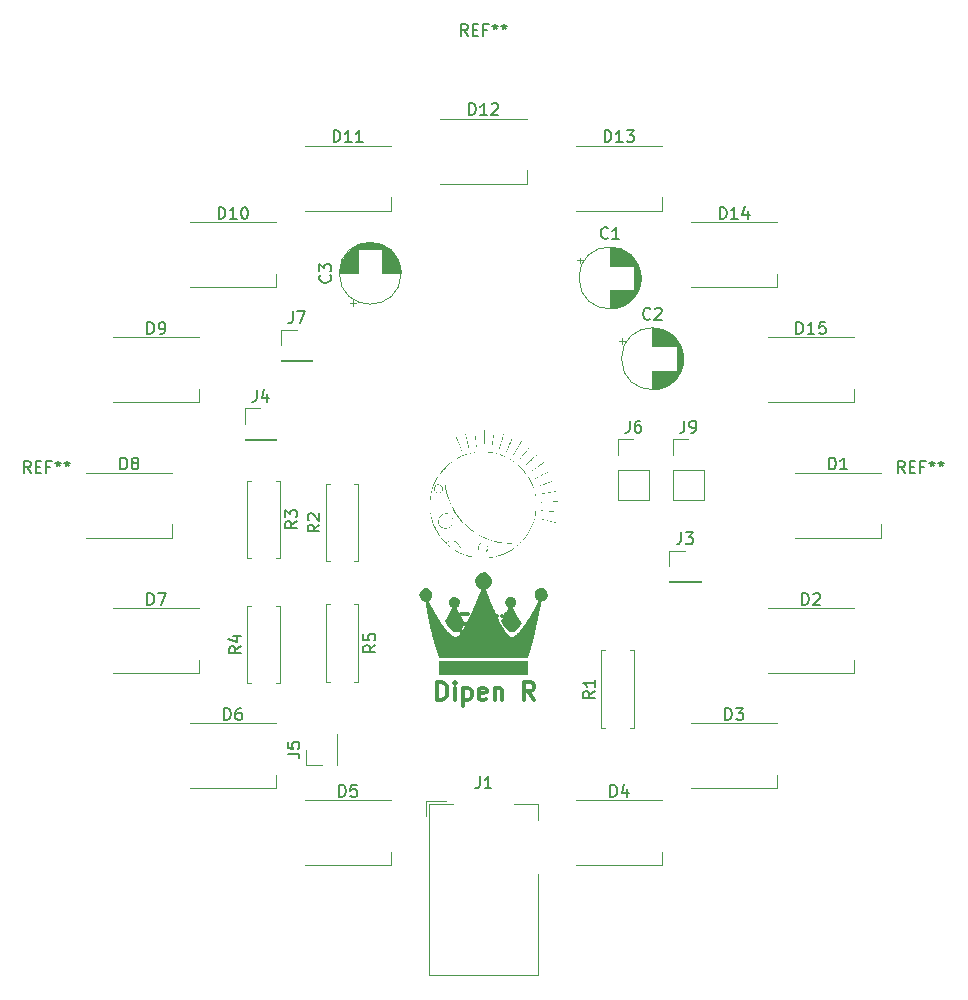
<source format=gbr>
%TF.GenerationSoftware,KiCad,Pcbnew,(6.0.5)*%
%TF.CreationDate,2022-11-18T19:29:44+05:30*%
%TF.ProjectId,Ball Lamp,42616c6c-204c-4616-9d70-2e6b69636164,rev?*%
%TF.SameCoordinates,Original*%
%TF.FileFunction,Legend,Top*%
%TF.FilePolarity,Positive*%
%FSLAX46Y46*%
G04 Gerber Fmt 4.6, Leading zero omitted, Abs format (unit mm)*
G04 Created by KiCad (PCBNEW (6.0.5)) date 2022-11-18 19:29:44*
%MOMM*%
%LPD*%
G01*
G04 APERTURE LIST*
%ADD10C,0.300000*%
%ADD11C,0.150000*%
%ADD12C,0.120000*%
G04 APERTURE END LIST*
D10*
X-3911428Y-16458571D02*
X-3911428Y-14958571D01*
X-3554285Y-14958571D01*
X-3340000Y-15030000D01*
X-3197142Y-15172857D01*
X-3125714Y-15315714D01*
X-3054285Y-15601428D01*
X-3054285Y-15815714D01*
X-3125714Y-16101428D01*
X-3197142Y-16244285D01*
X-3340000Y-16387142D01*
X-3554285Y-16458571D01*
X-3911428Y-16458571D01*
X-2411428Y-16458571D02*
X-2411428Y-15458571D01*
X-2411428Y-14958571D02*
X-2482857Y-15030000D01*
X-2411428Y-15101428D01*
X-2340000Y-15030000D01*
X-2411428Y-14958571D01*
X-2411428Y-15101428D01*
X-1697142Y-15458571D02*
X-1697142Y-16958571D01*
X-1697142Y-15530000D02*
X-1554285Y-15458571D01*
X-1268571Y-15458571D01*
X-1125714Y-15530000D01*
X-1054285Y-15601428D01*
X-982857Y-15744285D01*
X-982857Y-16172857D01*
X-1054285Y-16315714D01*
X-1125714Y-16387142D01*
X-1268571Y-16458571D01*
X-1554285Y-16458571D01*
X-1697142Y-16387142D01*
X231428Y-16387142D02*
X88571Y-16458571D01*
X-197142Y-16458571D01*
X-340000Y-16387142D01*
X-411428Y-16244285D01*
X-411428Y-15672857D01*
X-340000Y-15530000D01*
X-197142Y-15458571D01*
X88571Y-15458571D01*
X231428Y-15530000D01*
X302857Y-15672857D01*
X302857Y-15815714D01*
X-411428Y-15958571D01*
X945714Y-15458571D02*
X945714Y-16458571D01*
X945714Y-15601428D02*
X1017142Y-15530000D01*
X1159999Y-15458571D01*
X1374285Y-15458571D01*
X1517142Y-15530000D01*
X1588571Y-15672857D01*
X1588571Y-16458571D01*
X4302857Y-16458571D02*
X3802857Y-15744285D01*
X3445714Y-16458571D02*
X3445714Y-14958571D01*
X4017142Y-14958571D01*
X4159999Y-15030000D01*
X4231428Y-15101428D01*
X4302857Y-15244285D01*
X4302857Y-15458571D01*
X4231428Y-15601428D01*
X4159999Y-15672857D01*
X4017142Y-15744285D01*
X3445714Y-15744285D01*
D11*
%TO.C,C2*%
X14143333Y15812857D02*
X14095714Y15765238D01*
X13952857Y15717619D01*
X13857619Y15717619D01*
X13714761Y15765238D01*
X13619523Y15860476D01*
X13571904Y15955714D01*
X13524285Y16146190D01*
X13524285Y16289047D01*
X13571904Y16479523D01*
X13619523Y16574761D01*
X13714761Y16670000D01*
X13857619Y16717619D01*
X13952857Y16717619D01*
X14095714Y16670000D01*
X14143333Y16622380D01*
X14524285Y16622380D02*
X14571904Y16670000D01*
X14667142Y16717619D01*
X14905238Y16717619D01*
X15000476Y16670000D01*
X15048095Y16622380D01*
X15095714Y16527142D01*
X15095714Y16431904D01*
X15048095Y16289047D01*
X14476666Y15717619D01*
X15095714Y15717619D01*
%TO.C,J5*%
X-16577619Y-21013333D02*
X-15863333Y-21013333D01*
X-15720476Y-21060952D01*
X-15625238Y-21156190D01*
X-15577619Y-21299047D01*
X-15577619Y-21394285D01*
X-16577619Y-20060952D02*
X-16577619Y-20537142D01*
X-16101428Y-20584761D01*
X-16149047Y-20537142D01*
X-16196666Y-20441904D01*
X-16196666Y-20203809D01*
X-16149047Y-20108571D01*
X-16101428Y-20060952D01*
X-16006190Y-20013333D01*
X-15768095Y-20013333D01*
X-15672857Y-20060952D01*
X-15625238Y-20108571D01*
X-15577619Y-20203809D01*
X-15577619Y-20441904D01*
X-15625238Y-20537142D01*
X-15672857Y-20584761D01*
%TO.C,D3*%
X20475104Y-18165580D02*
X20475104Y-17165580D01*
X20713200Y-17165580D01*
X20856057Y-17213200D01*
X20951295Y-17308438D01*
X20998914Y-17403676D01*
X21046533Y-17594152D01*
X21046533Y-17737009D01*
X20998914Y-17927485D01*
X20951295Y-18022723D01*
X20856057Y-18117961D01*
X20713200Y-18165580D01*
X20475104Y-18165580D01*
X21379866Y-17165580D02*
X21998914Y-17165580D01*
X21665580Y-17546533D01*
X21808438Y-17546533D01*
X21903676Y-17594152D01*
X21951295Y-17641771D01*
X21998914Y-17737009D01*
X21998914Y-17975104D01*
X21951295Y-18070342D01*
X21903676Y-18117961D01*
X21808438Y-18165580D01*
X21522723Y-18165580D01*
X21427485Y-18117961D01*
X21379866Y-18070342D01*
%TO.C,D13*%
X10266214Y30764019D02*
X10266214Y31764019D01*
X10504309Y31764019D01*
X10647166Y31716400D01*
X10742404Y31621161D01*
X10790023Y31525923D01*
X10837642Y31335447D01*
X10837642Y31192590D01*
X10790023Y31002114D01*
X10742404Y30906876D01*
X10647166Y30811638D01*
X10504309Y30764019D01*
X10266214Y30764019D01*
X11790023Y30764019D02*
X11218595Y30764019D01*
X11504309Y30764019D02*
X11504309Y31764019D01*
X11409071Y31621161D01*
X11313833Y31525923D01*
X11218595Y31478304D01*
X12123357Y31764019D02*
X12742404Y31764019D01*
X12409071Y31383066D01*
X12551928Y31383066D01*
X12647166Y31335447D01*
X12694785Y31287828D01*
X12742404Y31192590D01*
X12742404Y30954495D01*
X12694785Y30859257D01*
X12647166Y30811638D01*
X12551928Y30764019D01*
X12266214Y30764019D01*
X12170976Y30811638D01*
X12123357Y30859257D01*
%TO.C,D6*%
X-21951295Y-18165580D02*
X-21951295Y-17165580D01*
X-21713200Y-17165580D01*
X-21570342Y-17213200D01*
X-21475104Y-17308438D01*
X-21427485Y-17403676D01*
X-21379866Y-17594152D01*
X-21379866Y-17737009D01*
X-21427485Y-17927485D01*
X-21475104Y-18022723D01*
X-21570342Y-18117961D01*
X-21713200Y-18165580D01*
X-21951295Y-18165580D01*
X-20522723Y-17165580D02*
X-20713200Y-17165580D01*
X-20808438Y-17213200D01*
X-20856057Y-17260819D01*
X-20951295Y-17403676D01*
X-20998914Y-17594152D01*
X-20998914Y-17975104D01*
X-20951295Y-18070342D01*
X-20903676Y-18117961D01*
X-20808438Y-18165580D01*
X-20617961Y-18165580D01*
X-20522723Y-18117961D01*
X-20475104Y-18070342D01*
X-20427485Y-17975104D01*
X-20427485Y-17737009D01*
X-20475104Y-17641771D01*
X-20522723Y-17594152D01*
X-20617961Y-17546533D01*
X-20808438Y-17546533D01*
X-20903676Y-17594152D01*
X-20951295Y-17641771D01*
X-20998914Y-17737009D01*
%TO.C,R3*%
X-15797619Y-1346666D02*
X-16273809Y-1680000D01*
X-15797619Y-1918095D02*
X-16797619Y-1918095D01*
X-16797619Y-1537142D01*
X-16750000Y-1441904D01*
X-16702380Y-1394285D01*
X-16607142Y-1346666D01*
X-16464285Y-1346666D01*
X-16369047Y-1394285D01*
X-16321428Y-1441904D01*
X-16273809Y-1537142D01*
X-16273809Y-1918095D01*
X-16797619Y-1013333D02*
X-16797619Y-394285D01*
X-16416666Y-727619D01*
X-16416666Y-584761D01*
X-16369047Y-489523D01*
X-16321428Y-441904D01*
X-16226190Y-394285D01*
X-15988095Y-394285D01*
X-15892857Y-441904D01*
X-15845238Y-489523D01*
X-15797619Y-584761D01*
X-15797619Y-870476D01*
X-15845238Y-965714D01*
X-15892857Y-1013333D01*
D10*
%TO.C,G\u002A\u002A\u002A*%
X-1342571Y-9238000D02*
X-1487714Y-9165428D01*
X-1705428Y-9165428D01*
X-1923142Y-9238000D01*
X-2068285Y-9383142D01*
X-2140857Y-9528285D01*
X-2213428Y-9818571D01*
X-2213428Y-10036285D01*
X-2140857Y-10326571D01*
X-2068285Y-10471714D01*
X-1923142Y-10616857D01*
X-1705428Y-10689428D01*
X-1560285Y-10689428D01*
X-1342571Y-10616857D01*
X-1269999Y-10544285D01*
X-1269999Y-10036285D01*
X-1560285Y-10036285D01*
X-399142Y-9165428D02*
X-399142Y-9528285D01*
X-761999Y-9383142D02*
X-399142Y-9528285D01*
X-36285Y-9383142D01*
X-616857Y-9818571D02*
X-399142Y-9528285D01*
X-181428Y-9818571D01*
X762000Y-9165428D02*
X762000Y-9528285D01*
X399142Y-9383142D02*
X762000Y-9528285D01*
X1124857Y-9383142D01*
X544285Y-9818571D02*
X762000Y-9528285D01*
X979714Y-9818571D01*
X1923142Y-9165428D02*
X1923142Y-9528285D01*
X1560285Y-9383142D02*
X1923142Y-9528285D01*
X2286000Y-9383142D01*
X1705428Y-9818571D02*
X1923142Y-9528285D01*
X2140857Y-9818571D01*
D11*
%TO.C,R5*%
X-9157619Y-11816666D02*
X-9633809Y-12150000D01*
X-9157619Y-12388095D02*
X-10157619Y-12388095D01*
X-10157619Y-12007142D01*
X-10110000Y-11911904D01*
X-10062380Y-11864285D01*
X-9967142Y-11816666D01*
X-9824285Y-11816666D01*
X-9729047Y-11864285D01*
X-9681428Y-11911904D01*
X-9633809Y-12007142D01*
X-9633809Y-12388095D01*
X-10157619Y-10911904D02*
X-10157619Y-11388095D01*
X-9681428Y-11435714D01*
X-9729047Y-11388095D01*
X-9776666Y-11292857D01*
X-9776666Y-11054761D01*
X-9729047Y-10959523D01*
X-9681428Y-10911904D01*
X-9586190Y-10864285D01*
X-9348095Y-10864285D01*
X-9252857Y-10911904D01*
X-9205238Y-10959523D01*
X-9157619Y-11054761D01*
X-9157619Y-11292857D01*
X-9205238Y-11388095D01*
X-9252857Y-11435714D01*
%TO.C,R2*%
X-13887619Y-1626666D02*
X-14363809Y-1960000D01*
X-13887619Y-2198095D02*
X-14887619Y-2198095D01*
X-14887619Y-1817142D01*
X-14840000Y-1721904D01*
X-14792380Y-1674285D01*
X-14697142Y-1626666D01*
X-14554285Y-1626666D01*
X-14459047Y-1674285D01*
X-14411428Y-1721904D01*
X-14363809Y-1817142D01*
X-14363809Y-2198095D01*
X-14792380Y-1245714D02*
X-14840000Y-1198095D01*
X-14887619Y-1102857D01*
X-14887619Y-864761D01*
X-14840000Y-769523D01*
X-14792380Y-721904D01*
X-14697142Y-674285D01*
X-14601904Y-674285D01*
X-14459047Y-721904D01*
X-13887619Y-1293333D01*
X-13887619Y-674285D01*
%TO.C,D2*%
X26978304Y-8432880D02*
X26978304Y-7432880D01*
X27216400Y-7432880D01*
X27359257Y-7480500D01*
X27454495Y-7575738D01*
X27502114Y-7670976D01*
X27549733Y-7861452D01*
X27549733Y-8004309D01*
X27502114Y-8194785D01*
X27454495Y-8290023D01*
X27359257Y-8385261D01*
X27216400Y-8432880D01*
X26978304Y-8432880D01*
X27930685Y-7528119D02*
X27978304Y-7480500D01*
X28073542Y-7432880D01*
X28311638Y-7432880D01*
X28406876Y-7480500D01*
X28454495Y-7528119D01*
X28502114Y-7623357D01*
X28502114Y-7718595D01*
X28454495Y-7861452D01*
X27883066Y-8432880D01*
X28502114Y-8432880D01*
%TO.C,REF\u002A\u002A*%
X-38333333Y2747619D02*
X-38666666Y3223809D01*
X-38904761Y2747619D02*
X-38904761Y3747619D01*
X-38523809Y3747619D01*
X-38428571Y3700000D01*
X-38380952Y3652380D01*
X-38333333Y3557142D01*
X-38333333Y3414285D01*
X-38380952Y3319047D01*
X-38428571Y3271428D01*
X-38523809Y3223809D01*
X-38904761Y3223809D01*
X-37904761Y3271428D02*
X-37571428Y3271428D01*
X-37428571Y2747619D02*
X-37904761Y2747619D01*
X-37904761Y3747619D01*
X-37428571Y3747619D01*
X-36666666Y3271428D02*
X-37000000Y3271428D01*
X-37000000Y2747619D02*
X-37000000Y3747619D01*
X-36523809Y3747619D01*
X-36000000Y3747619D02*
X-36000000Y3509523D01*
X-36238095Y3604761D02*
X-36000000Y3509523D01*
X-35761904Y3604761D01*
X-36142857Y3319047D02*
X-36000000Y3509523D01*
X-35857142Y3319047D01*
X-35238095Y3747619D02*
X-35238095Y3509523D01*
X-35476190Y3604761D02*
X-35238095Y3509523D01*
X-35000000Y3604761D01*
X-35380952Y3319047D02*
X-35238095Y3509523D01*
X-35095238Y3319047D01*
X-1333333Y39747619D02*
X-1666666Y40223809D01*
X-1904761Y39747619D02*
X-1904761Y40747619D01*
X-1523809Y40747619D01*
X-1428571Y40700000D01*
X-1380952Y40652380D01*
X-1333333Y40557142D01*
X-1333333Y40414285D01*
X-1380952Y40319047D01*
X-1428571Y40271428D01*
X-1523809Y40223809D01*
X-1904761Y40223809D01*
X-904761Y40271428D02*
X-571428Y40271428D01*
X-428571Y39747619D02*
X-904761Y39747619D01*
X-904761Y40747619D01*
X-428571Y40747619D01*
X333333Y40271428D02*
X0Y40271428D01*
X0Y39747619D02*
X0Y40747619D01*
X476190Y40747619D01*
X999999Y40747619D02*
X999999Y40509523D01*
X761904Y40604761D02*
X999999Y40509523D01*
X1238095Y40604761D01*
X857142Y40319047D02*
X999999Y40509523D01*
X1142857Y40319047D01*
X1761904Y40747619D02*
X1761904Y40509523D01*
X1523809Y40604761D02*
X1761904Y40509523D01*
X1999999Y40604761D01*
X1619047Y40319047D02*
X1761904Y40509523D01*
X1904761Y40319047D01*
%TO.C,D10*%
X-22427485Y24260819D02*
X-22427485Y25260819D01*
X-22189390Y25260819D01*
X-22046533Y25213200D01*
X-21951295Y25117961D01*
X-21903676Y25022723D01*
X-21856057Y24832247D01*
X-21856057Y24689390D01*
X-21903676Y24498914D01*
X-21951295Y24403676D01*
X-22046533Y24308438D01*
X-22189390Y24260819D01*
X-22427485Y24260819D01*
X-20903676Y24260819D02*
X-21475104Y24260819D01*
X-21189390Y24260819D02*
X-21189390Y25260819D01*
X-21284628Y25117961D01*
X-21379866Y25022723D01*
X-21475104Y24975104D01*
X-20284628Y25260819D02*
X-20189390Y25260819D01*
X-20094152Y25213200D01*
X-20046533Y25165580D01*
X-19998914Y25070342D01*
X-19951295Y24879866D01*
X-19951295Y24641771D01*
X-19998914Y24451295D01*
X-20046533Y24356057D01*
X-20094152Y24308438D01*
X-20189390Y24260819D01*
X-20284628Y24260819D01*
X-20379866Y24308438D01*
X-20427485Y24356057D01*
X-20475104Y24451295D01*
X-20522723Y24641771D01*
X-20522723Y24879866D01*
X-20475104Y25070342D01*
X-20427485Y25165580D01*
X-20379866Y25213200D01*
X-20284628Y25260819D01*
%TO.C,R4*%
X-20547619Y-11946666D02*
X-21023809Y-12280000D01*
X-20547619Y-12518095D02*
X-21547619Y-12518095D01*
X-21547619Y-12137142D01*
X-21500000Y-12041904D01*
X-21452380Y-11994285D01*
X-21357142Y-11946666D01*
X-21214285Y-11946666D01*
X-21119047Y-11994285D01*
X-21071428Y-12041904D01*
X-21023809Y-12137142D01*
X-21023809Y-12518095D01*
X-21214285Y-11089523D02*
X-20547619Y-11089523D01*
X-21595238Y-11327619D02*
X-20880952Y-11565714D01*
X-20880952Y-10946666D01*
%TO.C,D14*%
X20017714Y24260819D02*
X20017714Y25260819D01*
X20255809Y25260819D01*
X20398666Y25213200D01*
X20493904Y25117961D01*
X20541523Y25022723D01*
X20589142Y24832247D01*
X20589142Y24689390D01*
X20541523Y24498914D01*
X20493904Y24403676D01*
X20398666Y24308438D01*
X20255809Y24260819D01*
X20017714Y24260819D01*
X21541523Y24260819D02*
X20970095Y24260819D01*
X21255809Y24260819D02*
X21255809Y25260819D01*
X21160571Y25117961D01*
X21065333Y25022723D01*
X20970095Y24975104D01*
X22398666Y24927485D02*
X22398666Y24260819D01*
X22160571Y25308438D02*
X21922476Y24594152D01*
X22541523Y24594152D01*
%TO.C,REF\u002A\u002A*%
X35666666Y2747619D02*
X35333333Y3223809D01*
X35095238Y2747619D02*
X35095238Y3747619D01*
X35476190Y3747619D01*
X35571428Y3700000D01*
X35619047Y3652380D01*
X35666666Y3557142D01*
X35666666Y3414285D01*
X35619047Y3319047D01*
X35571428Y3271428D01*
X35476190Y3223809D01*
X35095238Y3223809D01*
X36095238Y3271428D02*
X36428571Y3271428D01*
X36571428Y2747619D02*
X36095238Y2747619D01*
X36095238Y3747619D01*
X36571428Y3747619D01*
X37333333Y3271428D02*
X37000000Y3271428D01*
X37000000Y2747619D02*
X37000000Y3747619D01*
X37476190Y3747619D01*
X38000000Y3747619D02*
X38000000Y3509523D01*
X37761904Y3604761D02*
X38000000Y3509523D01*
X38238095Y3604761D01*
X37857142Y3319047D02*
X38000000Y3509523D01*
X38142857Y3319047D01*
X38761904Y3747619D02*
X38761904Y3509523D01*
X38523809Y3604761D02*
X38761904Y3509523D01*
X39000000Y3604761D01*
X38619047Y3319047D02*
X38761904Y3509523D01*
X38904761Y3319047D01*
%TO.C,D1*%
X29261904Y3047619D02*
X29261904Y4047619D01*
X29500000Y4047619D01*
X29642857Y4000000D01*
X29738095Y3904761D01*
X29785714Y3809523D01*
X29833333Y3619047D01*
X29833333Y3476190D01*
X29785714Y3285714D01*
X29738095Y3190476D01*
X29642857Y3095238D01*
X29500000Y3047619D01*
X29261904Y3047619D01*
X30785714Y3047619D02*
X30214285Y3047619D01*
X30500000Y3047619D02*
X30500000Y4047619D01*
X30404761Y3904761D01*
X30309523Y3809523D01*
X30214285Y3761904D01*
%TO.C,J9*%
X17016666Y7167619D02*
X17016666Y6453333D01*
X16969047Y6310476D01*
X16873809Y6215238D01*
X16730952Y6167619D01*
X16635714Y6167619D01*
X17540476Y6167619D02*
X17730952Y6167619D01*
X17826190Y6215238D01*
X17873809Y6262857D01*
X17969047Y6405714D01*
X18016666Y6596190D01*
X18016666Y6977142D01*
X17969047Y7072380D01*
X17921428Y7120000D01*
X17826190Y7167619D01*
X17635714Y7167619D01*
X17540476Y7120000D01*
X17492857Y7072380D01*
X17445238Y6977142D01*
X17445238Y6739047D01*
X17492857Y6643809D01*
X17540476Y6596190D01*
X17635714Y6548571D01*
X17826190Y6548571D01*
X17921428Y6596190D01*
X17969047Y6643809D01*
X18016666Y6739047D01*
%TO.C,C1*%
X10538221Y22652857D02*
X10490602Y22605238D01*
X10347745Y22557619D01*
X10252507Y22557619D01*
X10109649Y22605238D01*
X10014411Y22700476D01*
X9966792Y22795714D01*
X9919173Y22986190D01*
X9919173Y23129047D01*
X9966792Y23319523D01*
X10014411Y23414761D01*
X10109649Y23510000D01*
X10252507Y23557619D01*
X10347745Y23557619D01*
X10490602Y23510000D01*
X10538221Y23462380D01*
X11490602Y22557619D02*
X10919173Y22557619D01*
X11204888Y22557619D02*
X11204888Y23557619D01*
X11109649Y23414761D01*
X11014411Y23319523D01*
X10919173Y23271904D01*
%TO.C,D8*%
X-30738095Y3047619D02*
X-30738095Y4047619D01*
X-30500000Y4047619D01*
X-30357142Y4000000D01*
X-30261904Y3904761D01*
X-30214285Y3809523D01*
X-30166666Y3619047D01*
X-30166666Y3476190D01*
X-30214285Y3285714D01*
X-30261904Y3190476D01*
X-30357142Y3095238D01*
X-30500000Y3047619D01*
X-30738095Y3047619D01*
X-29595238Y3619047D02*
X-29690476Y3666666D01*
X-29738095Y3714285D01*
X-29785714Y3809523D01*
X-29785714Y3857142D01*
X-29738095Y3952380D01*
X-29690476Y4000000D01*
X-29595238Y4047619D01*
X-29404761Y4047619D01*
X-29309523Y4000000D01*
X-29261904Y3952380D01*
X-29214285Y3857142D01*
X-29214285Y3809523D01*
X-29261904Y3714285D01*
X-29309523Y3666666D01*
X-29404761Y3619047D01*
X-29595238Y3619047D01*
X-29690476Y3571428D01*
X-29738095Y3523809D01*
X-29785714Y3428571D01*
X-29785714Y3238095D01*
X-29738095Y3142857D01*
X-29690476Y3095238D01*
X-29595238Y3047619D01*
X-29404761Y3047619D01*
X-29309523Y3095238D01*
X-29261904Y3142857D01*
X-29214285Y3238095D01*
X-29214285Y3428571D01*
X-29261904Y3523809D01*
X-29309523Y3571428D01*
X-29404761Y3619047D01*
%TO.C,D9*%
X-28454495Y14528119D02*
X-28454495Y15528119D01*
X-28216400Y15528119D01*
X-28073542Y15480500D01*
X-27978304Y15385261D01*
X-27930685Y15290023D01*
X-27883066Y15099547D01*
X-27883066Y14956690D01*
X-27930685Y14766214D01*
X-27978304Y14670976D01*
X-28073542Y14575738D01*
X-28216400Y14528119D01*
X-28454495Y14528119D01*
X-27406876Y14528119D02*
X-27216400Y14528119D01*
X-27121161Y14575738D01*
X-27073542Y14623357D01*
X-26978304Y14766214D01*
X-26930685Y14956690D01*
X-26930685Y15337642D01*
X-26978304Y15432880D01*
X-27025923Y15480500D01*
X-27121161Y15528119D01*
X-27311638Y15528119D01*
X-27406876Y15480500D01*
X-27454495Y15432880D01*
X-27502114Y15337642D01*
X-27502114Y15099547D01*
X-27454495Y15004309D01*
X-27406876Y14956690D01*
X-27311638Y14909071D01*
X-27121161Y14909071D01*
X-27025923Y14956690D01*
X-26978304Y15004309D01*
X-26930685Y15099547D01*
%TO.C,D5*%
X-12218595Y-24668780D02*
X-12218595Y-23668780D01*
X-11980500Y-23668780D01*
X-11837642Y-23716400D01*
X-11742404Y-23811638D01*
X-11694785Y-23906876D01*
X-11647166Y-24097352D01*
X-11647166Y-24240209D01*
X-11694785Y-24430685D01*
X-11742404Y-24525923D01*
X-11837642Y-24621161D01*
X-11980500Y-24668780D01*
X-12218595Y-24668780D01*
X-10742404Y-23668780D02*
X-11218595Y-23668780D01*
X-11266214Y-24144971D01*
X-11218595Y-24097352D01*
X-11123357Y-24049733D01*
X-10885261Y-24049733D01*
X-10790023Y-24097352D01*
X-10742404Y-24144971D01*
X-10694785Y-24240209D01*
X-10694785Y-24478304D01*
X-10742404Y-24573542D01*
X-10790023Y-24621161D01*
X-10885261Y-24668780D01*
X-11123357Y-24668780D01*
X-11218595Y-24621161D01*
X-11266214Y-24573542D01*
%TO.C,J7*%
X-16153333Y16417619D02*
X-16153333Y15703333D01*
X-16200952Y15560476D01*
X-16296190Y15465238D01*
X-16439047Y15417619D01*
X-16534285Y15417619D01*
X-15772380Y16417619D02*
X-15105714Y16417619D01*
X-15534285Y15417619D01*
%TO.C,J3*%
X16726666Y-2282380D02*
X16726666Y-2996666D01*
X16679047Y-3139523D01*
X16583809Y-3234761D01*
X16440952Y-3282380D01*
X16345714Y-3282380D01*
X17107619Y-2282380D02*
X17726666Y-2282380D01*
X17393333Y-2663333D01*
X17536190Y-2663333D01*
X17631428Y-2710952D01*
X17679047Y-2758571D01*
X17726666Y-2853809D01*
X17726666Y-3091904D01*
X17679047Y-3187142D01*
X17631428Y-3234761D01*
X17536190Y-3282380D01*
X17250476Y-3282380D01*
X17155238Y-3234761D01*
X17107619Y-3187142D01*
%TO.C,J6*%
X12366666Y7167619D02*
X12366666Y6453333D01*
X12319047Y6310476D01*
X12223809Y6215238D01*
X12080952Y6167619D01*
X11985714Y6167619D01*
X13271428Y7167619D02*
X13080952Y7167619D01*
X12985714Y7120000D01*
X12938095Y7072380D01*
X12842857Y6929523D01*
X12795238Y6739047D01*
X12795238Y6358095D01*
X12842857Y6262857D01*
X12890476Y6215238D01*
X12985714Y6167619D01*
X13176190Y6167619D01*
X13271428Y6215238D01*
X13319047Y6262857D01*
X13366666Y6358095D01*
X13366666Y6596190D01*
X13319047Y6691428D01*
X13271428Y6739047D01*
X13176190Y6786666D01*
X12985714Y6786666D01*
X12890476Y6739047D01*
X12842857Y6691428D01*
X12795238Y6596190D01*
%TO.C,J4*%
X-19213333Y9767619D02*
X-19213333Y9053333D01*
X-19260952Y8910476D01*
X-19356190Y8815238D01*
X-19499047Y8767619D01*
X-19594285Y8767619D01*
X-18308571Y9434285D02*
X-18308571Y8767619D01*
X-18546666Y9815238D02*
X-18784761Y9100952D01*
X-18165714Y9100952D01*
%TO.C,D7*%
X-28454495Y-8432880D02*
X-28454495Y-7432880D01*
X-28216400Y-7432880D01*
X-28073542Y-7480500D01*
X-27978304Y-7575738D01*
X-27930685Y-7670976D01*
X-27883066Y-7861452D01*
X-27883066Y-8004309D01*
X-27930685Y-8194785D01*
X-27978304Y-8290023D01*
X-28073542Y-8385261D01*
X-28216400Y-8432880D01*
X-28454495Y-8432880D01*
X-27549733Y-7432880D02*
X-26883066Y-7432880D01*
X-27311638Y-8432880D01*
%TO.C,D11*%
X-12694785Y30764019D02*
X-12694785Y31764019D01*
X-12456690Y31764019D01*
X-12313833Y31716400D01*
X-12218595Y31621161D01*
X-12170976Y31525923D01*
X-12123357Y31335447D01*
X-12123357Y31192590D01*
X-12170976Y31002114D01*
X-12218595Y30906876D01*
X-12313833Y30811638D01*
X-12456690Y30764019D01*
X-12694785Y30764019D01*
X-11170976Y30764019D02*
X-11742404Y30764019D01*
X-11456690Y30764019D02*
X-11456690Y31764019D01*
X-11551928Y31621161D01*
X-11647166Y31525923D01*
X-11742404Y31478304D01*
X-10218595Y30764019D02*
X-10790023Y30764019D01*
X-10504309Y30764019D02*
X-10504309Y31764019D01*
X-10599547Y31621161D01*
X-10694785Y31525923D01*
X-10790023Y31478304D01*
%TO.C,D15*%
X26502114Y14528119D02*
X26502114Y15528119D01*
X26740209Y15528119D01*
X26883066Y15480500D01*
X26978304Y15385261D01*
X27025923Y15290023D01*
X27073542Y15099547D01*
X27073542Y14956690D01*
X27025923Y14766214D01*
X26978304Y14670976D01*
X26883066Y14575738D01*
X26740209Y14528119D01*
X26502114Y14528119D01*
X28025923Y14528119D02*
X27454495Y14528119D01*
X27740209Y14528119D02*
X27740209Y15528119D01*
X27644971Y15385261D01*
X27549733Y15290023D01*
X27454495Y15242404D01*
X28930685Y15528119D02*
X28454495Y15528119D01*
X28406876Y15051928D01*
X28454495Y15099547D01*
X28549733Y15147166D01*
X28787828Y15147166D01*
X28883066Y15099547D01*
X28930685Y15051928D01*
X28978304Y14956690D01*
X28978304Y14718595D01*
X28930685Y14623357D01*
X28883066Y14575738D01*
X28787828Y14528119D01*
X28549733Y14528119D01*
X28454495Y14575738D01*
X28406876Y14623357D01*
%TO.C,D12*%
X-1214285Y33047619D02*
X-1214285Y34047619D01*
X-976190Y34047619D01*
X-833333Y34000000D01*
X-738095Y33904761D01*
X-690476Y33809523D01*
X-642857Y33619047D01*
X-642857Y33476190D01*
X-690476Y33285714D01*
X-738095Y33190476D01*
X-833333Y33095238D01*
X-976190Y33047619D01*
X-1214285Y33047619D01*
X309523Y33047619D02*
X-261904Y33047619D01*
X23809Y33047619D02*
X23809Y34047619D01*
X-71428Y33904761D01*
X-166666Y33809523D01*
X-261904Y33761904D01*
X690476Y33952380D02*
X738095Y34000000D01*
X833333Y34047619D01*
X1071428Y34047619D01*
X1166666Y34000000D01*
X1214285Y33952380D01*
X1261904Y33857142D01*
X1261904Y33761904D01*
X1214285Y33619047D01*
X642857Y33047619D01*
X1261904Y33047619D01*
%TO.C,C3*%
X-12982857Y19488221D02*
X-12935238Y19440602D01*
X-12887619Y19297745D01*
X-12887619Y19202507D01*
X-12935238Y19059649D01*
X-13030476Y18964411D01*
X-13125714Y18916792D01*
X-13316190Y18869173D01*
X-13459047Y18869173D01*
X-13649523Y18916792D01*
X-13744761Y18964411D01*
X-13840000Y19059649D01*
X-13887619Y19202507D01*
X-13887619Y19297745D01*
X-13840000Y19440602D01*
X-13792380Y19488221D01*
X-13887619Y19821554D02*
X-13887619Y20440602D01*
X-13506666Y20107268D01*
X-13506666Y20250126D01*
X-13459047Y20345364D01*
X-13411428Y20392983D01*
X-13316190Y20440602D01*
X-13078095Y20440602D01*
X-12982857Y20392983D01*
X-12935238Y20345364D01*
X-12887619Y20250126D01*
X-12887619Y19964411D01*
X-12935238Y19869173D01*
X-12982857Y19821554D01*
%TO.C,R1*%
X9442380Y-15716666D02*
X8966190Y-16050000D01*
X9442380Y-16288095D02*
X8442380Y-16288095D01*
X8442380Y-15907142D01*
X8490000Y-15811904D01*
X8537619Y-15764285D01*
X8632857Y-15716666D01*
X8775714Y-15716666D01*
X8870952Y-15764285D01*
X8918571Y-15811904D01*
X8966190Y-15907142D01*
X8966190Y-16288095D01*
X9442380Y-14764285D02*
X9442380Y-15335714D01*
X9442380Y-15050000D02*
X8442380Y-15050000D01*
X8585238Y-15145238D01*
X8680476Y-15240476D01*
X8728095Y-15335714D01*
%TO.C,J1*%
X-333333Y-22952380D02*
X-333333Y-23666666D01*
X-380952Y-23809523D01*
X-476190Y-23904761D01*
X-619047Y-23952380D01*
X-714285Y-23952380D01*
X666666Y-23952380D02*
X95238Y-23952380D01*
X380952Y-23952380D02*
X380952Y-22952380D01*
X285714Y-23095238D01*
X190476Y-23190476D01*
X95238Y-23238095D01*
%TO.C,D4*%
X10742404Y-24668780D02*
X10742404Y-23668780D01*
X10980500Y-23668780D01*
X11123357Y-23716400D01*
X11218595Y-23811638D01*
X11266214Y-23906876D01*
X11313833Y-24097352D01*
X11313833Y-24240209D01*
X11266214Y-24430685D01*
X11218595Y-24525923D01*
X11123357Y-24621161D01*
X10980500Y-24668780D01*
X10742404Y-24668780D01*
X12170976Y-24002114D02*
X12170976Y-24668780D01*
X11932880Y-23621161D02*
X11694785Y-24335447D01*
X12313833Y-24335447D01*
D12*
%TO.C,C2*%
X15351000Y14785000D02*
X15351000Y13460000D01*
X14390000Y14999000D02*
X14390000Y13460000D01*
X15991000Y14391000D02*
X15991000Y13460000D01*
X14830000Y11380000D02*
X14830000Y9892000D01*
X11755225Y14145000D02*
X11755225Y13645000D01*
X15431000Y11380000D02*
X15431000Y10091000D01*
X15831000Y11380000D02*
X15831000Y10325000D01*
X15751000Y14569000D02*
X15751000Y13460000D01*
X16151000Y14246000D02*
X16151000Y13460000D01*
X14950000Y14921000D02*
X14950000Y13460000D01*
X15471000Y14730000D02*
X15471000Y13460000D01*
X14590000Y11380000D02*
X14590000Y9855000D01*
X16911000Y12704000D02*
X16911000Y12136000D01*
X15631000Y11380000D02*
X15631000Y10196000D01*
X15951000Y11380000D02*
X15951000Y10416000D01*
X15391000Y14768000D02*
X15391000Y13460000D01*
X15591000Y14667000D02*
X15591000Y13460000D01*
X16831000Y13097000D02*
X16831000Y11743000D01*
X16071000Y11380000D02*
X16071000Y10519000D01*
X15911000Y11380000D02*
X15911000Y10385000D01*
X14470000Y14996000D02*
X14470000Y13460000D01*
X14350000Y11380000D02*
X14350000Y9840000D01*
X15311000Y11380000D02*
X15311000Y10038000D01*
X15031000Y11380000D02*
X15031000Y9940000D01*
X16391000Y13974000D02*
X16391000Y10866000D01*
X14750000Y11380000D02*
X14750000Y9877000D01*
X16751000Y13335000D02*
X16751000Y11505000D01*
X15111000Y14875000D02*
X15111000Y13460000D01*
X16471000Y13863000D02*
X16471000Y10977000D01*
X16431000Y13920000D02*
X16431000Y10920000D01*
X16191000Y14205000D02*
X16191000Y13460000D01*
X16591000Y13671000D02*
X16591000Y11169000D01*
X14310000Y15000000D02*
X14310000Y13460000D01*
X15071000Y11380000D02*
X15071000Y9952000D01*
X15951000Y14424000D02*
X15951000Y13460000D01*
X15711000Y11380000D02*
X15711000Y10245000D01*
X15231000Y14834000D02*
X15231000Y13460000D01*
X14910000Y14931000D02*
X14910000Y13460000D01*
X14990000Y11380000D02*
X14990000Y9929000D01*
X15071000Y14888000D02*
X15071000Y13460000D01*
X14590000Y14985000D02*
X14590000Y13460000D01*
X14710000Y11380000D02*
X14710000Y9870000D01*
X14750000Y14963000D02*
X14750000Y13460000D01*
X15671000Y14620000D02*
X15671000Y13460000D01*
X16671000Y13518000D02*
X16671000Y11322000D01*
X15551000Y14688000D02*
X15551000Y13460000D01*
X14710000Y14970000D02*
X14710000Y13460000D01*
X15191000Y11380000D02*
X15191000Y9992000D01*
X15871000Y11380000D02*
X15871000Y10355000D01*
X15271000Y11380000D02*
X15271000Y10022000D01*
X14470000Y11380000D02*
X14470000Y9844000D01*
X16311000Y14073000D02*
X16311000Y13460000D01*
X16271000Y11380000D02*
X16271000Y10721000D01*
X16031000Y11380000D02*
X16031000Y10483000D01*
X15191000Y14848000D02*
X15191000Y13460000D01*
X15111000Y11380000D02*
X15111000Y9965000D01*
X16511000Y13803000D02*
X16511000Y11037000D01*
X15551000Y11380000D02*
X15551000Y10152000D01*
X16871000Y12938000D02*
X16871000Y11902000D01*
X15671000Y11380000D02*
X15671000Y10220000D01*
X15391000Y11380000D02*
X15391000Y10072000D01*
X15711000Y14595000D02*
X15711000Y13460000D01*
X15031000Y14900000D02*
X15031000Y13460000D01*
X16111000Y11380000D02*
X16111000Y10556000D01*
X15911000Y14455000D02*
X15911000Y13460000D01*
X14670000Y11380000D02*
X14670000Y9864000D01*
X15511000Y11380000D02*
X15511000Y10130000D01*
X14990000Y14911000D02*
X14990000Y13460000D01*
X16151000Y11380000D02*
X16151000Y10594000D01*
X14630000Y11380000D02*
X14630000Y9859000D01*
X15591000Y11380000D02*
X15591000Y10173000D01*
X16631000Y13598000D02*
X16631000Y11242000D01*
X15631000Y14644000D02*
X15631000Y13460000D01*
X15471000Y11380000D02*
X15471000Y10110000D01*
X15151000Y14862000D02*
X15151000Y13460000D01*
X16791000Y13225000D02*
X16791000Y11615000D01*
X16031000Y14357000D02*
X16031000Y13460000D01*
X14950000Y11380000D02*
X14950000Y9919000D01*
X14830000Y14948000D02*
X14830000Y13460000D01*
X15751000Y11380000D02*
X15751000Y10271000D01*
X15991000Y11380000D02*
X15991000Y10449000D01*
X14310000Y11380000D02*
X14310000Y9840000D01*
X15831000Y14515000D02*
X15831000Y13460000D01*
X14550000Y11380000D02*
X14550000Y9851000D01*
X16111000Y14284000D02*
X16111000Y13460000D01*
X15791000Y14542000D02*
X15791000Y13460000D01*
X15871000Y14485000D02*
X15871000Y13460000D01*
X14910000Y11380000D02*
X14910000Y9909000D01*
X16071000Y14321000D02*
X16071000Y13460000D01*
X16551000Y13739000D02*
X16551000Y11101000D01*
X15151000Y11380000D02*
X15151000Y9978000D01*
X16271000Y14119000D02*
X16271000Y13460000D01*
X14350000Y15000000D02*
X14350000Y13460000D01*
X15271000Y14818000D02*
X15271000Y13460000D01*
X14790000Y14956000D02*
X14790000Y13460000D01*
X14430000Y11380000D02*
X14430000Y9842000D01*
X14390000Y11380000D02*
X14390000Y9841000D01*
X15511000Y14710000D02*
X15511000Y13460000D01*
X14550000Y14989000D02*
X14550000Y13460000D01*
X14510000Y11380000D02*
X14510000Y9847000D01*
X14430000Y14998000D02*
X14430000Y13460000D01*
X15791000Y11380000D02*
X15791000Y10298000D01*
X14870000Y14940000D02*
X14870000Y13460000D01*
X16231000Y11380000D02*
X16231000Y10677000D01*
X16311000Y11380000D02*
X16311000Y10767000D01*
X16191000Y11380000D02*
X16191000Y10635000D01*
X14670000Y14976000D02*
X14670000Y13460000D01*
X14790000Y11380000D02*
X14790000Y9884000D01*
X16711000Y13431000D02*
X16711000Y11409000D01*
X11505225Y13895000D02*
X12005225Y13895000D01*
X16231000Y14163000D02*
X16231000Y13460000D01*
X15311000Y14802000D02*
X15311000Y13460000D01*
X14870000Y11380000D02*
X14870000Y9900000D01*
X15431000Y14749000D02*
X15431000Y13460000D01*
X15231000Y11380000D02*
X15231000Y10006000D01*
X15351000Y11380000D02*
X15351000Y10055000D01*
X16351000Y14025000D02*
X16351000Y10815000D01*
X14510000Y14993000D02*
X14510000Y13460000D01*
X14630000Y14981000D02*
X14630000Y13460000D01*
X16930000Y12420000D02*
G75*
G03*
X16930000Y12420000I-2620000J0D01*
G01*
%TO.C,J5*%
X-12430000Y-22010000D02*
X-12370000Y-22010000D01*
X-12430000Y-22010000D02*
X-12430000Y-19350000D01*
X-13700000Y-22010000D02*
X-15030000Y-22010000D01*
X-12430000Y-19350000D02*
X-12370000Y-19350000D01*
X-12370000Y-22010000D02*
X-12370000Y-19350000D01*
X-15030000Y-22010000D02*
X-15030000Y-20680000D01*
%TO.C,D3*%
X17563200Y-23963200D02*
X24863200Y-23963200D01*
X24863200Y-23963200D02*
X24863200Y-22813200D01*
X17563200Y-18463200D02*
X24863200Y-18463200D01*
%TO.C,D13*%
X7830500Y30466400D02*
X15130500Y30466400D01*
X15130500Y24966400D02*
X15130500Y26116400D01*
X7830500Y24966400D02*
X15130500Y24966400D01*
%TO.C,D6*%
X-24863200Y-23963200D02*
X-17563200Y-23963200D01*
X-17563200Y-23963200D02*
X-17563200Y-22813200D01*
X-24863200Y-18463200D02*
X-17563200Y-18463200D01*
%TO.C,R3*%
X-19990000Y-4450000D02*
X-19660000Y-4450000D01*
X-19990000Y2090000D02*
X-19990000Y-4450000D01*
X-17250000Y-4450000D02*
X-17580000Y-4450000D01*
X-19660000Y2090000D02*
X-19990000Y2090000D01*
X-17250000Y2090000D02*
X-17250000Y-4450000D01*
X-17580000Y2090000D02*
X-17250000Y2090000D01*
%TO.C,G\u002A\u002A\u002A*%
G36*
X134269Y-5682523D02*
G01*
X261440Y-5719503D01*
X378478Y-5779804D01*
X482350Y-5861597D01*
X570022Y-5963053D01*
X619840Y-6044247D01*
X676881Y-6179863D01*
X706949Y-6317469D01*
X710011Y-6455778D01*
X686034Y-6593503D01*
X637447Y-6724184D01*
X596129Y-6795199D01*
X540199Y-6868169D01*
X474787Y-6938234D01*
X405019Y-7000531D01*
X336024Y-7050199D01*
X272931Y-7082375D01*
X253008Y-7088651D01*
X217968Y-7105963D01*
X207079Y-7135136D01*
X217883Y-7173772D01*
X231046Y-7202712D01*
X244971Y-7234415D01*
X261533Y-7273340D01*
X282604Y-7323948D01*
X310058Y-7390700D01*
X345769Y-7478054D01*
X347865Y-7483190D01*
X386890Y-7578723D01*
X417233Y-7652762D01*
X440462Y-7709100D01*
X458142Y-7751529D01*
X471841Y-7783838D01*
X477493Y-7796939D01*
X487073Y-7819804D01*
X504434Y-7861974D01*
X527123Y-7917461D01*
X552683Y-7980280D01*
X553014Y-7981096D01*
X589259Y-8070220D01*
X617618Y-8139515D01*
X640358Y-8194475D01*
X659749Y-8240594D01*
X671256Y-8267562D01*
X696299Y-8325903D01*
X714327Y-8367799D01*
X729065Y-8401882D01*
X744239Y-8436786D01*
X747994Y-8445406D01*
X763437Y-8481241D01*
X786560Y-8535377D01*
X814449Y-8600975D01*
X844190Y-8671193D01*
X849656Y-8684128D01*
X880631Y-8756940D01*
X911567Y-8828766D01*
X939109Y-8891868D01*
X959900Y-8938507D01*
X961861Y-8942803D01*
X986899Y-8997571D01*
X1016808Y-9063193D01*
X1045210Y-9125672D01*
X1045794Y-9126960D01*
X1074005Y-9189106D01*
X1103772Y-9254637D01*
X1128763Y-9309612D01*
X1129271Y-9310729D01*
X1147945Y-9350470D01*
X1175872Y-9408182D01*
X1211266Y-9480309D01*
X1252337Y-9563295D01*
X1297298Y-9653583D01*
X1344362Y-9747619D01*
X1391741Y-9841846D01*
X1437647Y-9932708D01*
X1480293Y-10016650D01*
X1517890Y-10090115D01*
X1548651Y-10149548D01*
X1570789Y-10191392D01*
X1582093Y-10211439D01*
X1606104Y-10250623D01*
X1626725Y-10286466D01*
X1643615Y-10316069D01*
X1669762Y-10360276D01*
X1702272Y-10414364D01*
X1738252Y-10473610D01*
X1774808Y-10533292D01*
X1809048Y-10588687D01*
X1838078Y-10635073D01*
X1859006Y-10667728D01*
X1868936Y-10681928D01*
X1869085Y-10682062D01*
X1880384Y-10695388D01*
X1903749Y-10725452D01*
X1935120Y-10766983D01*
X1953125Y-10791192D01*
X2043930Y-10902800D01*
X2135751Y-10994314D01*
X2226318Y-11063813D01*
X2313357Y-11109379D01*
X2340866Y-11118821D01*
X2379563Y-11127319D01*
X2416215Y-11126556D01*
X2463225Y-11115965D01*
X2474653Y-11112707D01*
X2550593Y-11083601D01*
X2632959Y-11040524D01*
X2709979Y-10989835D01*
X2728249Y-10975735D01*
X2766759Y-10941970D01*
X2818504Y-10892600D01*
X2878737Y-10832538D01*
X2942711Y-10766697D01*
X3005678Y-10699991D01*
X3062893Y-10637333D01*
X3109607Y-10583635D01*
X3124012Y-10566112D01*
X3161502Y-10519841D01*
X3192878Y-10481878D01*
X3214096Y-10457070D01*
X3220697Y-10450161D01*
X3231246Y-10437213D01*
X3254892Y-10405518D01*
X3289077Y-10358670D01*
X3331242Y-10300266D01*
X3378830Y-10233902D01*
X3429281Y-10163172D01*
X3480036Y-10091674D01*
X3528539Y-10023002D01*
X3572229Y-9960752D01*
X3608549Y-9908521D01*
X3634940Y-9869903D01*
X3648843Y-9848495D01*
X3649033Y-9848169D01*
X3659622Y-9830638D01*
X3682539Y-9793190D01*
X3715761Y-9739114D01*
X3757268Y-9671697D01*
X3805035Y-9594226D01*
X3857042Y-9509990D01*
X3857062Y-9509957D01*
X3908265Y-9426822D01*
X3954417Y-9351404D01*
X3993664Y-9286773D01*
X4024152Y-9235995D01*
X4044028Y-9202140D01*
X4051439Y-9188274D01*
X4051450Y-9188181D01*
X4058052Y-9174046D01*
X4075649Y-9142541D01*
X4100928Y-9099529D01*
X4111248Y-9082394D01*
X4145870Y-9024245D01*
X4181085Y-8963446D01*
X4209738Y-8912368D01*
X4211733Y-8908700D01*
X4240707Y-8855476D01*
X4270771Y-8800557D01*
X4286333Y-8772288D01*
X4307062Y-8734249D01*
X4336130Y-8680236D01*
X4369159Y-8618408D01*
X4392481Y-8574490D01*
X4425091Y-8513071D01*
X4456246Y-8454677D01*
X4481815Y-8407038D01*
X4494568Y-8383512D01*
X4546445Y-8288260D01*
X4589031Y-8209183D01*
X4621364Y-8148103D01*
X4642481Y-8106841D01*
X4651422Y-8087217D01*
X4651665Y-8086081D01*
X4641096Y-8075286D01*
X4614474Y-8056628D01*
X4600510Y-8047918D01*
X4542963Y-8004338D01*
X4486269Y-7946005D01*
X4434606Y-7879021D01*
X4392153Y-7809493D01*
X4363091Y-7743524D01*
X4351597Y-7687219D01*
X4351557Y-7684272D01*
X4347594Y-7642671D01*
X4339500Y-7604665D01*
X4334836Y-7558837D01*
X4339706Y-7496599D01*
X4352464Y-7426425D01*
X4371466Y-7356792D01*
X4395064Y-7296175D01*
X4402078Y-7282329D01*
X4439519Y-7224903D01*
X4489164Y-7164679D01*
X4543993Y-7109026D01*
X4596987Y-7065314D01*
X4625824Y-7047450D01*
X4741994Y-7002881D01*
X4862407Y-6984666D01*
X4984046Y-6992859D01*
X5103897Y-7027514D01*
X5129108Y-7038411D01*
X5167309Y-7062589D01*
X5215325Y-7102261D01*
X5266728Y-7150999D01*
X5315090Y-7202378D01*
X5353985Y-7249968D01*
X5376116Y-7285392D01*
X5422551Y-7413485D01*
X5442146Y-7537296D01*
X5434937Y-7657211D01*
X5419844Y-7720713D01*
X5382715Y-7810720D01*
X5328512Y-7899262D01*
X5263564Y-7977290D01*
X5204532Y-8028662D01*
X5147247Y-8064245D01*
X5083416Y-8095483D01*
X5021816Y-8118686D01*
X4971219Y-8130165D01*
X4961710Y-8130765D01*
X4943541Y-8137060D01*
X4928483Y-8157923D01*
X4914779Y-8197295D01*
X4900673Y-8259113D01*
X4897675Y-8274382D01*
X4885052Y-8333967D01*
X4870219Y-8395844D01*
X4862271Y-8425635D01*
X4850880Y-8471670D01*
X4843797Y-8511373D01*
X4842642Y-8525845D01*
X4839175Y-8556681D01*
X4830339Y-8601012D01*
X4823933Y-8626955D01*
X4809291Y-8684619D01*
X4794782Y-8745774D01*
X4790384Y-8765467D01*
X4779002Y-8817282D01*
X4765177Y-8879534D01*
X4755590Y-8922342D01*
X4742459Y-8981839D01*
X4727177Y-9052766D01*
X4713039Y-9119820D01*
X4712973Y-9120140D01*
X4699123Y-9185623D01*
X4684340Y-9253629D01*
X4671757Y-9309747D01*
X4671441Y-9311117D01*
X4646989Y-9418079D01*
X4624601Y-9517727D01*
X4605848Y-9603020D01*
X4595362Y-9652148D01*
X4583988Y-9705758D01*
X4570548Y-9768076D01*
X4563093Y-9802202D01*
X4551018Y-9857691D01*
X4536439Y-9925501D01*
X4522450Y-9991247D01*
X4522041Y-9993179D01*
X4509511Y-10051676D01*
X4497564Y-10106059D01*
X4488510Y-10145848D01*
X4487509Y-10150054D01*
X4478900Y-10187415D01*
X4467165Y-10240317D01*
X4454776Y-10297601D01*
X4454242Y-10300107D01*
X4425502Y-10432773D01*
X4395382Y-10567816D01*
X4372308Y-10668421D01*
X4359215Y-10726875D01*
X4345248Y-10792548D01*
X4338591Y-10825295D01*
X4325638Y-10888153D01*
X4310818Y-10956693D01*
X4303549Y-10988990D01*
X4291048Y-11044479D01*
X4276116Y-11112288D01*
X4261919Y-11178034D01*
X4261507Y-11179968D01*
X4248006Y-11240691D01*
X4230775Y-11314322D01*
X4211455Y-11394245D01*
X4191689Y-11473843D01*
X4173119Y-11546503D01*
X4157387Y-11605607D01*
X4146378Y-11643770D01*
X4136661Y-11675779D01*
X4121301Y-11727724D01*
X4102130Y-11793301D01*
X4080978Y-11866207D01*
X4059676Y-11940140D01*
X4040057Y-12008796D01*
X4029473Y-12046187D01*
X4015611Y-12094527D01*
X4002990Y-12137090D01*
X3997329Y-12155317D01*
X3988013Y-12186224D01*
X3974731Y-12232718D01*
X3962180Y-12278088D01*
X3948114Y-12327313D01*
X3928330Y-12393338D01*
X3905600Y-12467037D01*
X3885535Y-12530451D01*
X3862897Y-12601532D01*
X3841039Y-12671054D01*
X3822581Y-12730636D01*
X3810940Y-12769173D01*
X3795313Y-12817565D01*
X3779231Y-12860152D01*
X3770959Y-12878303D01*
X3753062Y-12912406D01*
X-3736120Y-12919276D01*
X-3757373Y-12888933D01*
X-3773394Y-12860105D01*
X-3778625Y-12841319D01*
X-3782634Y-12823124D01*
X-3793517Y-12784510D01*
X-3809559Y-12730954D01*
X-3829044Y-12667933D01*
X-3850257Y-12600922D01*
X-3871482Y-12535400D01*
X-3891004Y-12476841D01*
X-3907108Y-12430723D01*
X-3908048Y-12428142D01*
X-3919896Y-12393420D01*
X-3936569Y-12341627D01*
X-3955162Y-12281856D01*
X-3962523Y-12257626D01*
X-3981244Y-12196085D01*
X-3999277Y-12137738D01*
X-4013634Y-12092226D01*
X-4017507Y-12080290D01*
X-4035775Y-12023484D01*
X-4059264Y-11948517D01*
X-4085499Y-11863405D01*
X-4112008Y-11776162D01*
X-4133253Y-11705156D01*
X-4153989Y-11636417D01*
X-4177610Y-11559860D01*
X-4196188Y-11500916D01*
X-4211705Y-11450258D01*
X-4223215Y-11408611D01*
X-4228622Y-11383657D01*
X-4228787Y-11381370D01*
X-4235157Y-11355159D01*
X-4242211Y-11340067D01*
X-4251788Y-11315976D01*
X-4266650Y-11269521D01*
X-4285596Y-11204839D01*
X-4307427Y-11126065D01*
X-4330942Y-11037338D01*
X-4338131Y-11009452D01*
X-4346160Y-10978289D01*
X-4359311Y-10927435D01*
X-4375847Y-10863606D01*
X-4394028Y-10793516D01*
X-4396402Y-10784372D01*
X-4427150Y-10663343D01*
X-4451344Y-10561780D01*
X-4470475Y-10473078D01*
X-4486032Y-10390633D01*
X-4488706Y-10375134D01*
X-4495858Y-10336325D01*
X-4507273Y-10278089D01*
X-4521501Y-10207678D01*
X-4537092Y-10132342D01*
X-4540534Y-10115951D01*
X-4558342Y-10030786D01*
X-4577196Y-9939582D01*
X-4594862Y-9853200D01*
X-4609108Y-9782501D01*
X-4609259Y-9781740D01*
X-4634184Y-9657245D01*
X-4657794Y-9540809D01*
X-4678726Y-9439112D01*
X-4692703Y-9372503D01*
X-4702547Y-9323092D01*
X-4713518Y-9263570D01*
X-4719457Y-9229270D01*
X-4729146Y-9173713D01*
X-4741523Y-9105826D01*
X-4753956Y-9040036D01*
X-4754293Y-9038292D01*
X-4766336Y-8974261D01*
X-4778022Y-8909105D01*
X-4786920Y-8856392D01*
X-4787278Y-8854135D01*
X-4797061Y-8797467D01*
X-4808241Y-8739970D01*
X-4813033Y-8717723D01*
X-4821425Y-8676981D01*
X-4832338Y-8618922D01*
X-4843992Y-8553171D01*
X-4849622Y-8519925D01*
X-4860607Y-8457344D01*
X-4871541Y-8400897D01*
X-4880810Y-8358670D01*
X-4884761Y-8343963D01*
X-4893611Y-8301599D01*
X-4897409Y-8255295D01*
X-4902586Y-8204062D01*
X-4920666Y-8166980D01*
X-4956212Y-8138825D01*
X-5013786Y-8114373D01*
X-5023286Y-8111140D01*
X-5140296Y-8058822D01*
X-5238896Y-7987136D01*
X-5317660Y-7898067D01*
X-5375161Y-7793601D01*
X-5409972Y-7675720D01*
X-5420731Y-7558217D01*
X-5408401Y-7433344D01*
X-5371933Y-7317697D01*
X-5313287Y-7214132D01*
X-5234425Y-7125509D01*
X-5137306Y-7054685D01*
X-5046117Y-7012149D01*
X-4987854Y-6997071D01*
X-4917397Y-6987903D01*
X-4844171Y-6984987D01*
X-4777598Y-6988663D01*
X-4727104Y-6999273D01*
X-4723924Y-7000478D01*
X-4598830Y-7062085D01*
X-4496857Y-7138128D01*
X-4417899Y-7228731D01*
X-4361849Y-7334019D01*
X-4328601Y-7454118D01*
X-4326758Y-7465430D01*
X-4322158Y-7521728D01*
X-4323131Y-7586319D01*
X-4328821Y-7651930D01*
X-4338370Y-7711291D01*
X-4350922Y-7757129D01*
X-4363886Y-7780621D01*
X-4377634Y-7807192D01*
X-4378849Y-7816719D01*
X-4388255Y-7842701D01*
X-4413070Y-7880731D01*
X-4448209Y-7924847D01*
X-4488586Y-7969088D01*
X-4529117Y-8007490D01*
X-4563762Y-8033520D01*
X-4598020Y-8057463D01*
X-4619847Y-8078788D01*
X-4623951Y-8087516D01*
X-4618049Y-8105172D01*
X-4601752Y-8141654D01*
X-4577655Y-8191797D01*
X-4548351Y-8250433D01*
X-4516433Y-8312398D01*
X-4484494Y-8372524D01*
X-4455127Y-8425644D01*
X-4447997Y-8438077D01*
X-4432613Y-8465764D01*
X-4407934Y-8511439D01*
X-4377285Y-8568902D01*
X-4343990Y-8631955D01*
X-4341931Y-8635875D01*
X-4308425Y-8699599D01*
X-4281036Y-8751268D01*
X-4256780Y-8796243D01*
X-4232671Y-8839887D01*
X-4205725Y-8887559D01*
X-4172956Y-8944620D01*
X-4131380Y-9016432D01*
X-4098388Y-9073267D01*
X-4060050Y-9139402D01*
X-4025281Y-9199588D01*
X-3996996Y-9248768D01*
X-3978106Y-9281883D01*
X-3973194Y-9290655D01*
X-3952094Y-9326960D01*
X-3928117Y-9365682D01*
X-3905768Y-9401952D01*
X-3888099Y-9433091D01*
X-3887684Y-9433888D01*
X-3871954Y-9461495D01*
X-3848310Y-9500116D01*
X-3836327Y-9518970D01*
X-3814709Y-9553096D01*
X-3783061Y-9603775D01*
X-3745569Y-9664278D01*
X-3706418Y-9727871D01*
X-3704861Y-9730410D01*
X-3659244Y-9802940D01*
X-3608304Y-9880991D01*
X-3558842Y-9954278D01*
X-3524115Y-10003665D01*
X-3488952Y-10052861D01*
X-3460666Y-10093545D01*
X-3442551Y-10120909D01*
X-3437594Y-10129997D01*
X-3429430Y-10145404D01*
X-3406671Y-10178600D01*
X-3371914Y-10226193D01*
X-3327759Y-10284791D01*
X-3276804Y-10350999D01*
X-3221648Y-10421427D01*
X-3164889Y-10492680D01*
X-3109125Y-10561366D01*
X-3082672Y-10593394D01*
X-2966591Y-10728048D01*
X-2860624Y-10840092D01*
X-2762649Y-10931302D01*
X-2670542Y-11003453D01*
X-2582183Y-11058319D01*
X-2495447Y-11097675D01*
X-2468324Y-11107078D01*
X-2418703Y-11122520D01*
X-2385182Y-11129805D01*
X-2357931Y-11129257D01*
X-2327121Y-11121204D01*
X-2301946Y-11112593D01*
X-2240700Y-11082662D01*
X-2170208Y-11034263D01*
X-2095775Y-10972010D01*
X-2022702Y-10900515D01*
X-1956294Y-10824389D01*
X-1928586Y-10787895D01*
X-1898595Y-10747044D01*
X-1868815Y-10707620D01*
X-1866737Y-10704930D01*
X-1848526Y-10679374D01*
X-1822966Y-10640992D01*
X-1793886Y-10595867D01*
X-1765117Y-10550085D01*
X-1740488Y-10509726D01*
X-1723830Y-10480875D01*
X-1718797Y-10469948D01*
X-1712122Y-10457148D01*
X-1693806Y-10425424D01*
X-1666418Y-10379142D01*
X-1632524Y-10322669D01*
X-1621316Y-10304136D01*
X-1588080Y-10247068D01*
X-1545699Y-10170905D01*
X-1497064Y-10081036D01*
X-1445065Y-9982850D01*
X-1392592Y-9881738D01*
X-1351902Y-9801741D01*
X-1290129Y-9678654D01*
X-1238351Y-9574468D01*
X-1194011Y-9483862D01*
X-1154550Y-9401513D01*
X-1117410Y-9322099D01*
X-1080034Y-9240299D01*
X-1050543Y-9174705D01*
X-1030610Y-9130442D01*
X-1006162Y-9076566D01*
X-991809Y-9045113D01*
X-952863Y-8958996D01*
X-904430Y-8850105D01*
X-873128Y-8779109D01*
X-861737Y-8753467D01*
X-843049Y-8711659D01*
X-820960Y-8662400D01*
X-819341Y-8658796D01*
X-799127Y-8612341D01*
X-784289Y-8575469D01*
X-777662Y-8555276D01*
X-777551Y-8554182D01*
X-771860Y-8534869D01*
X-758146Y-8504476D01*
X-757893Y-8503979D01*
X-747008Y-8481862D01*
X-734079Y-8453950D01*
X-717853Y-8417312D01*
X-697076Y-8369013D01*
X-670496Y-8306123D01*
X-636860Y-8225708D01*
X-594914Y-8124836D01*
X-563590Y-8049302D01*
X-547161Y-8009757D01*
X-533416Y-7976834D01*
X-532342Y-7974275D01*
X-523672Y-7953386D01*
X-506480Y-7911762D01*
X-482620Y-7853900D01*
X-453947Y-7784297D01*
X-422653Y-7708271D01*
X-390413Y-7630082D01*
X-360515Y-7557875D01*
X-334987Y-7496525D01*
X-315856Y-7450907D01*
X-305447Y-7426564D01*
X-292655Y-7395744D01*
X-286552Y-7377401D01*
X-286466Y-7376540D01*
X-281323Y-7361137D01*
X-268125Y-7329203D01*
X-256851Y-7303575D01*
X-222362Y-7223310D01*
X-200993Y-7164485D01*
X-192277Y-7124883D01*
X-195748Y-7102284D01*
X-210942Y-7094469D01*
X-212940Y-7094415D01*
X-253772Y-7084304D01*
X-306587Y-7056652D01*
X-366653Y-7015475D01*
X-429236Y-6964792D01*
X-489602Y-6908621D01*
X-543017Y-6850980D01*
X-584747Y-6795887D01*
X-603625Y-6762796D01*
X-645023Y-6669223D01*
X-672631Y-6589696D01*
X-688553Y-6516085D01*
X-694893Y-6440259D01*
X-695225Y-6408746D01*
X-681445Y-6264154D01*
X-642277Y-6128417D01*
X-578475Y-6003380D01*
X-490787Y-5890890D01*
X-479750Y-5879396D01*
X-374625Y-5789009D01*
X-261227Y-5724452D01*
X-138365Y-5685206D01*
X-4851Y-5670755D01*
X0Y-5670692D01*
X134269Y-5682523D01*
G37*
G36*
X-44268Y-13149215D02*
G01*
X232734Y-13149328D01*
X508639Y-13149536D01*
X782093Y-13149838D01*
X1051747Y-13150234D01*
X1316251Y-13150724D01*
X1574252Y-13151307D01*
X1824402Y-13151982D01*
X2065348Y-13152750D01*
X2295740Y-13153610D01*
X2514228Y-13154562D01*
X2719460Y-13155605D01*
X2910087Y-13156738D01*
X3084757Y-13157962D01*
X3242119Y-13159276D01*
X3380824Y-13160679D01*
X3499519Y-13162171D01*
X3596855Y-13163753D01*
X3671481Y-13165422D01*
X3722046Y-13167179D01*
X3747199Y-13169024D01*
X3749822Y-13169757D01*
X3753915Y-13183943D01*
X3757182Y-13216542D01*
X3759648Y-13268944D01*
X3761343Y-13342537D01*
X3762293Y-13438710D01*
X3762526Y-13558852D01*
X3762071Y-13704352D01*
X3761723Y-13766562D01*
X3758163Y-14344737D01*
X12529Y-14348172D01*
X-305375Y-14348430D01*
X-616174Y-14348619D01*
X-918761Y-14348738D01*
X-1212032Y-14348791D01*
X-1494880Y-14348779D01*
X-1766201Y-14348702D01*
X-2024887Y-14348564D01*
X-2269833Y-14348365D01*
X-2499935Y-14348108D01*
X-2714085Y-14347794D01*
X-2911178Y-14347425D01*
X-3090109Y-14347002D01*
X-3249772Y-14346527D01*
X-3389060Y-14346002D01*
X-3506869Y-14345428D01*
X-3602093Y-14344807D01*
X-3673625Y-14344141D01*
X-3720361Y-14343432D01*
X-3741194Y-14342680D01*
X-3742224Y-14342488D01*
X-3744167Y-14327327D01*
X-3745968Y-14287757D01*
X-3747583Y-14226652D01*
X-3748967Y-14146885D01*
X-3750075Y-14051328D01*
X-3750862Y-13942857D01*
X-3751283Y-13824343D01*
X-3751343Y-13758618D01*
X-3751131Y-13607666D01*
X-3750465Y-13482232D01*
X-3749294Y-13380556D01*
X-3747569Y-13300876D01*
X-3745244Y-13241431D01*
X-3742267Y-13200460D01*
X-3738592Y-13176202D01*
X-3734973Y-13167497D01*
X-3719645Y-13165628D01*
X-3678400Y-13163862D01*
X-3612591Y-13162198D01*
X-3523568Y-13160637D01*
X-3412682Y-13159177D01*
X-3281283Y-13157819D01*
X-3130722Y-13156562D01*
X-2962349Y-13155405D01*
X-2777517Y-13154348D01*
X-2577574Y-13153391D01*
X-2363872Y-13152533D01*
X-2137762Y-13151774D01*
X-1900595Y-13151114D01*
X-1653720Y-13150552D01*
X-1398490Y-13150087D01*
X-1136254Y-13149720D01*
X-868363Y-13149449D01*
X-596168Y-13149275D01*
X-321019Y-13149197D01*
X-44268Y-13149215D01*
G37*
G36*
X-2428746Y-7723334D02*
G01*
X-2363810Y-7730076D01*
X-2313370Y-7742773D01*
X-2305371Y-7746270D01*
X-2211160Y-7801649D01*
X-2136723Y-7864696D01*
X-2104559Y-7903197D01*
X-2064676Y-7961241D01*
X-2038287Y-8007945D01*
X-2022669Y-8052097D01*
X-2015101Y-8102486D01*
X-2012861Y-8167900D01*
X-2012844Y-8199356D01*
X-2013770Y-8266362D01*
X-2016901Y-8314049D01*
X-2023665Y-8350367D01*
X-2035493Y-8383269D01*
X-2052033Y-8417271D01*
X-2111215Y-8510328D01*
X-2179673Y-8579406D01*
X-2227598Y-8610289D01*
X-2257809Y-8626448D01*
X-2277647Y-8641227D01*
X-2286689Y-8658819D01*
X-2284513Y-8683418D01*
X-2270696Y-8719217D01*
X-2244816Y-8770410D01*
X-2206450Y-8841191D01*
X-2203854Y-8845948D01*
X-2175383Y-8897654D01*
X-2148515Y-8945680D01*
X-2128699Y-8980294D01*
X-2127482Y-8982361D01*
X-2107224Y-9017827D01*
X-2078068Y-9070852D01*
X-2038796Y-9143678D01*
X-1989392Y-9236282D01*
X-1968525Y-9272447D01*
X-1943921Y-9311304D01*
X-1943878Y-9311368D01*
X-1920302Y-9347451D01*
X-1900892Y-9378489D01*
X-1900359Y-9379382D01*
X-1887630Y-9400192D01*
X-1863415Y-9439326D01*
X-1830696Y-9491981D01*
X-1792457Y-9553351D01*
X-1773362Y-9583942D01*
X-1733555Y-9647755D01*
X-1697861Y-9705119D01*
X-1669265Y-9751228D01*
X-1650748Y-9781277D01*
X-1646366Y-9788502D01*
X-1627375Y-9818982D01*
X-1603788Y-9855238D01*
X-1602847Y-9856651D01*
X-1576596Y-9898576D01*
X-1551275Y-9942701D01*
X-1550889Y-9943416D01*
X-1535665Y-9974414D01*
X-1533997Y-9993514D01*
X-1545885Y-10012495D01*
X-1550889Y-10018500D01*
X-1571556Y-10042302D01*
X-1583105Y-10054565D01*
X-1594274Y-10069524D01*
X-1613405Y-10099031D01*
X-1621731Y-10112540D01*
X-1643269Y-10143692D01*
X-1660849Y-10161820D01*
X-1665345Y-10163695D01*
X-1677212Y-10174351D01*
X-1677874Y-10179366D01*
X-1687143Y-10201161D01*
X-1712783Y-10238276D01*
X-1751538Y-10287078D01*
X-1800155Y-10343934D01*
X-1855378Y-10405211D01*
X-1913953Y-10467275D01*
X-1972626Y-10526493D01*
X-2028143Y-10579233D01*
X-2065653Y-10612268D01*
X-2151471Y-10679612D01*
X-2225054Y-10725900D01*
X-2289644Y-10752546D01*
X-2348480Y-10760961D01*
X-2394039Y-10755410D01*
X-2455767Y-10733157D01*
X-2523926Y-10693502D01*
X-2601045Y-10634684D01*
X-2689652Y-10554939D01*
X-2710576Y-10534764D01*
X-2827316Y-10415064D01*
X-2937048Y-10289393D01*
X-3044836Y-10151554D01*
X-3155742Y-9995352D01*
X-3177107Y-9963797D01*
X-3288613Y-9798001D01*
X-3106635Y-9499994D01*
X-3056742Y-9418116D01*
X-3011309Y-9343230D01*
X-2972363Y-9278700D01*
X-2941927Y-9227891D01*
X-2922027Y-9194167D01*
X-2914945Y-9181525D01*
X-2902455Y-9157522D01*
X-2882564Y-9121425D01*
X-2874120Y-9106498D01*
X-2853878Y-9070368D01*
X-2825382Y-9018706D01*
X-2793306Y-8960004D01*
X-2776570Y-8929162D01*
X-2744334Y-8869762D01*
X-2713108Y-8812518D01*
X-2687634Y-8766111D01*
X-2678268Y-8749201D01*
X-2653696Y-8697473D01*
X-2648188Y-8660864D01*
X-2662237Y-8634502D01*
X-2691816Y-8615605D01*
X-2750940Y-8575990D01*
X-2809014Y-8516276D01*
X-2859876Y-8443161D01*
X-2873834Y-8417616D01*
X-2892974Y-8376035D01*
X-2905166Y-8336309D01*
X-2912319Y-8289299D01*
X-2916339Y-8225868D01*
X-2916898Y-8211435D01*
X-2917775Y-8141115D01*
X-2912788Y-8085994D01*
X-2899336Y-8037347D01*
X-2874814Y-7986451D01*
X-2836618Y-7924581D01*
X-2826856Y-7909741D01*
X-2788856Y-7865265D01*
X-2734687Y-7817789D01*
X-2673504Y-7774464D01*
X-2614463Y-7742438D01*
X-2610346Y-7740679D01*
X-2562032Y-7728452D01*
X-2498159Y-7722732D01*
X-2428746Y-7723334D01*
G37*
G36*
X2354515Y-7723795D02*
G01*
X2420491Y-7732525D01*
X2464318Y-7745784D01*
X2559051Y-7802157D01*
X2641560Y-7877871D01*
X2707092Y-7967455D01*
X2750891Y-8065438D01*
X2755285Y-8080494D01*
X2766338Y-8157880D01*
X2763413Y-8246521D01*
X2747676Y-8334977D01*
X2721796Y-8408686D01*
X2686335Y-8466217D01*
X2635166Y-8527884D01*
X2576531Y-8584760D01*
X2520220Y-8626971D01*
X2493512Y-8652588D01*
X2482562Y-8681870D01*
X2490004Y-8705933D01*
X2495484Y-8710368D01*
X2510404Y-8727331D01*
X2527271Y-8755508D01*
X2547687Y-8794771D01*
X2577072Y-8850378D01*
X2611353Y-8914709D01*
X2646454Y-8980146D01*
X2678301Y-9039070D01*
X2702820Y-9083862D01*
X2704027Y-9086037D01*
X2729531Y-9132231D01*
X2760268Y-9188273D01*
X2782634Y-9229270D01*
X2810633Y-9278597D01*
X2838550Y-9324336D01*
X2857142Y-9352041D01*
X2879754Y-9384900D01*
X2895426Y-9411186D01*
X2896509Y-9413426D01*
X2910602Y-9439340D01*
X2929608Y-9469992D01*
X2970485Y-9533279D01*
X3014957Y-9603941D01*
X3060713Y-9678104D01*
X3105443Y-9751891D01*
X3146835Y-9821426D01*
X3182580Y-9882833D01*
X3210367Y-9932235D01*
X3227885Y-9965757D01*
X3232975Y-9978905D01*
X3224475Y-10000902D01*
X3200858Y-10039809D01*
X3164947Y-10091984D01*
X3119566Y-10153784D01*
X3067539Y-10221565D01*
X3011690Y-10291686D01*
X2954842Y-10360502D01*
X2899819Y-10424370D01*
X2849446Y-10479649D01*
X2826449Y-10503366D01*
X2745054Y-10582278D01*
X2675887Y-10642778D01*
X2614625Y-10688145D01*
X2556948Y-10721658D01*
X2513123Y-10741111D01*
X2469504Y-10756390D01*
X2434597Y-10761776D01*
X2397967Y-10757008D01*
X2349180Y-10741825D01*
X2334596Y-10736635D01*
X2250453Y-10695162D01*
X2157514Y-10628100D01*
X2055748Y-10535421D01*
X1945128Y-10417095D01*
X1825626Y-10273090D01*
X1697214Y-10103377D01*
X1563920Y-9913880D01*
X1534409Y-9868081D01*
X1512220Y-9828836D01*
X1501136Y-9802991D01*
X1500537Y-9799119D01*
X1507397Y-9779866D01*
X1526170Y-9742602D01*
X1554149Y-9692351D01*
X1588626Y-9634135D01*
X1596026Y-9622038D01*
X1631187Y-9564496D01*
X1660516Y-9515793D01*
X1681373Y-9480363D01*
X1691121Y-9462644D01*
X1691514Y-9461528D01*
X1698443Y-9448386D01*
X1716657Y-9418812D01*
X1742294Y-9379063D01*
X1743729Y-9376878D01*
X1771422Y-9333890D01*
X1793563Y-9297925D01*
X1805232Y-9277014D01*
X1818091Y-9252506D01*
X1838270Y-9217513D01*
X1843506Y-9208808D01*
X1866452Y-9169659D01*
X1894663Y-9119711D01*
X1913179Y-9086037D01*
X1943730Y-9029868D01*
X1976784Y-8969349D01*
X1993205Y-8939393D01*
X2022643Y-8885691D01*
X2055890Y-8824879D01*
X2075276Y-8789339D01*
X2099205Y-8746412D01*
X2119247Y-8712224D01*
X2130076Y-8695580D01*
X2136472Y-8668988D01*
X2119873Y-8641800D01*
X2093205Y-8624386D01*
X2024444Y-8579651D01*
X1961727Y-8513685D01*
X1908822Y-8432448D01*
X1869497Y-8341895D01*
X1847519Y-8247985D01*
X1845894Y-8233367D01*
X1849621Y-8132369D01*
X1877631Y-8032745D01*
X1927092Y-7938896D01*
X1995174Y-7855220D01*
X2079045Y-7786119D01*
X2162527Y-7741332D01*
X2214735Y-7728039D01*
X2282331Y-7722247D01*
X2354515Y-7723795D01*
G37*
%TO.C,R5*%
X-10610000Y-8380000D02*
X-10610000Y-14920000D01*
X-13020000Y-8380000D02*
X-13350000Y-8380000D01*
X-10610000Y-14920000D02*
X-10940000Y-14920000D01*
X-13350000Y-8380000D02*
X-13350000Y-14920000D01*
X-10940000Y-8380000D02*
X-10610000Y-8380000D01*
X-13350000Y-14920000D02*
X-13020000Y-14920000D01*
%TO.C,R2*%
X-13010000Y-4730000D02*
X-13340000Y-4730000D01*
X-10600000Y-4730000D02*
X-10600000Y1810000D01*
X-10930000Y-4730000D02*
X-10600000Y-4730000D01*
X-10600000Y1810000D02*
X-10930000Y1810000D01*
X-13340000Y1810000D02*
X-13010000Y1810000D01*
X-13340000Y-4730000D02*
X-13340000Y1810000D01*
%TO.C,G\u002A\u002A\u002A*%
G36*
X4957476Y-427889D02*
G01*
X5028235Y-432193D01*
X5121378Y-439130D01*
X5234307Y-448502D01*
X5364425Y-460110D01*
X5509137Y-473756D01*
X5568578Y-479549D01*
X5707335Y-493169D01*
X5837034Y-505858D01*
X5954501Y-517310D01*
X6056560Y-527216D01*
X6140033Y-535268D01*
X6201746Y-541159D01*
X6238522Y-544581D01*
X6247581Y-545337D01*
X6264419Y-558453D01*
X6266547Y-568997D01*
X6267053Y-575464D01*
X6266804Y-580727D01*
X6263147Y-584626D01*
X6253431Y-587003D01*
X6235004Y-587699D01*
X6205215Y-586554D01*
X6161411Y-583412D01*
X6100941Y-578111D01*
X6021154Y-570494D01*
X5919397Y-560402D01*
X5793019Y-547676D01*
X5639367Y-532157D01*
X5621685Y-530374D01*
X5490061Y-517227D01*
X5365796Y-505059D01*
X5252635Y-494219D01*
X5154322Y-485056D01*
X5074602Y-477916D01*
X5017218Y-473150D01*
X4985915Y-471105D01*
X4984409Y-471064D01*
X4934131Y-465955D01*
X4900005Y-454468D01*
X4887349Y-439125D01*
X4893496Y-427974D01*
X4911697Y-426417D01*
X4957476Y-427889D01*
G37*
G36*
X-1542653Y6175151D02*
G01*
X-1538741Y6171636D01*
X-1533676Y6155971D01*
X-1522180Y6114466D01*
X-1505170Y6050725D01*
X-1483563Y5968351D01*
X-1458274Y5870949D01*
X-1430222Y5762121D01*
X-1400321Y5645471D01*
X-1369490Y5524603D01*
X-1338644Y5403120D01*
X-1308701Y5284627D01*
X-1280576Y5172727D01*
X-1255188Y5071022D01*
X-1233451Y4983118D01*
X-1216284Y4912618D01*
X-1204602Y4863125D01*
X-1199323Y4838242D01*
X-1199113Y4836469D01*
X-1211030Y4826372D01*
X-1221446Y4825089D01*
X-1242075Y4831296D01*
X-1244888Y4836469D01*
X-1248618Y4853109D01*
X-1259016Y4896148D01*
X-1275331Y4962557D01*
X-1296811Y5049311D01*
X-1322706Y5153383D01*
X-1352265Y5271744D01*
X-1384736Y5401369D01*
X-1409580Y5500298D01*
X-1451663Y5668958D01*
X-1486132Y5810091D01*
X-1513325Y5925459D01*
X-1533581Y6016822D01*
X-1547238Y6085938D01*
X-1554635Y6134570D01*
X-1556111Y6164476D01*
X-1552004Y6177416D01*
X-1542653Y6175151D01*
G37*
G36*
X5144117Y3684044D02*
G01*
X5142278Y3669178D01*
X5120695Y3642982D01*
X5081837Y3608623D01*
X5040651Y3577859D01*
X5004333Y3552366D01*
X4946838Y3511950D01*
X4871796Y3459166D01*
X4782839Y3396569D01*
X4683598Y3326715D01*
X4577704Y3252158D01*
X4485391Y3187148D01*
X4381571Y3114252D01*
X4285454Y3047201D01*
X4199878Y2987942D01*
X4127682Y2938420D01*
X4071702Y2900582D01*
X4034777Y2876374D01*
X4019743Y2867743D01*
X4019710Y2867742D01*
X4001047Y2878533D01*
X3999431Y2880839D01*
X4009916Y2891528D01*
X4042297Y2917448D01*
X4093585Y2956462D01*
X4160789Y3006436D01*
X4240920Y3065231D01*
X4330990Y3130711D01*
X4428009Y3200741D01*
X4528987Y3273182D01*
X4630935Y3345899D01*
X4730864Y3416755D01*
X4825785Y3483614D01*
X4912708Y3544339D01*
X4988643Y3596793D01*
X5050602Y3638840D01*
X5095596Y3668343D01*
X5120634Y3683166D01*
X5123745Y3684416D01*
X5144117Y3684044D01*
G37*
G36*
X4792154Y-1113580D02*
G01*
X4819906Y-1118478D01*
X4861101Y-1127152D01*
X4918330Y-1140119D01*
X4994181Y-1157899D01*
X5091246Y-1181010D01*
X5212112Y-1209970D01*
X5359372Y-1245297D01*
X5394086Y-1253620D01*
X5558437Y-1293044D01*
X5695707Y-1326089D01*
X5808331Y-1353425D01*
X5898745Y-1375718D01*
X5969386Y-1393637D01*
X6022688Y-1407850D01*
X6061087Y-1419024D01*
X6087020Y-1427829D01*
X6102922Y-1434932D01*
X6111228Y-1441002D01*
X6114375Y-1446705D01*
X6114815Y-1451296D01*
X6114751Y-1458977D01*
X6112450Y-1464458D01*
X6104745Y-1467160D01*
X6088472Y-1466499D01*
X6060466Y-1461896D01*
X6017561Y-1452767D01*
X5956591Y-1438532D01*
X5874391Y-1418609D01*
X5767797Y-1392416D01*
X5689964Y-1373240D01*
X5566513Y-1342930D01*
X5434945Y-1310802D01*
X5303656Y-1278893D01*
X5181039Y-1249242D01*
X5075491Y-1223886D01*
X5033722Y-1213927D01*
X4930590Y-1188688D01*
X4854680Y-1168315D01*
X4803406Y-1151979D01*
X4774181Y-1138850D01*
X4764420Y-1128099D01*
X4764397Y-1127580D01*
X4763780Y-1121376D01*
X4763658Y-1116356D01*
X4766620Y-1113037D01*
X4775255Y-1111939D01*
X4792154Y-1113580D01*
G37*
G36*
X95276Y6352824D02*
G01*
X99698Y6341417D01*
X102867Y6317594D01*
X104845Y6278579D01*
X105692Y6221596D01*
X105472Y6143871D01*
X104244Y6042627D01*
X102070Y5915089D01*
X100784Y5847518D01*
X98278Y5716517D01*
X95893Y5587345D01*
X93717Y5465172D01*
X91840Y5355168D01*
X90351Y5262500D01*
X89339Y5192338D01*
X89033Y5166643D01*
X87564Y5082631D01*
X84778Y5024551D01*
X80033Y4988000D01*
X72684Y4968570D01*
X62086Y4961857D01*
X59070Y4961649D01*
X55205Y4976165D01*
X51969Y5017095D01*
X49492Y5080510D01*
X47902Y5162480D01*
X47328Y5259078D01*
X47478Y5314426D01*
X49263Y5539297D01*
X51965Y5738081D01*
X55561Y5910206D01*
X60027Y6055097D01*
X65340Y6172181D01*
X71477Y6260885D01*
X78415Y6320635D01*
X86131Y6350858D01*
X89538Y6354590D01*
X95276Y6352824D01*
G37*
G36*
X1726846Y6104383D02*
G01*
X1729749Y6090642D01*
X1725653Y6069573D01*
X1714061Y6023429D01*
X1696017Y5955834D01*
X1672567Y5870409D01*
X1644756Y5770778D01*
X1613627Y5660562D01*
X1580227Y5543384D01*
X1545599Y5422867D01*
X1510788Y5302633D01*
X1476840Y5186305D01*
X1444798Y5077505D01*
X1415709Y4979855D01*
X1390616Y4896978D01*
X1370564Y4832497D01*
X1356598Y4790033D01*
X1349792Y4773239D01*
X1334096Y4771236D01*
X1328084Y4780826D01*
X1330225Y4800055D01*
X1340088Y4844478D01*
X1356641Y4910520D01*
X1378852Y4994607D01*
X1405690Y5093166D01*
X1436122Y5202624D01*
X1469117Y5319406D01*
X1503642Y5439938D01*
X1538666Y5560647D01*
X1573157Y5677960D01*
X1606083Y5788302D01*
X1636412Y5888100D01*
X1663112Y5973779D01*
X1685152Y6041767D01*
X1701499Y6088490D01*
X1711121Y6110373D01*
X1712317Y6111533D01*
X1726846Y6104383D01*
G37*
G36*
X6189283Y1212143D02*
G01*
X6180972Y1203322D01*
X6167921Y1197330D01*
X6148787Y1192521D01*
X6103584Y1182834D01*
X6036071Y1168993D01*
X5950002Y1151722D01*
X5849136Y1131748D01*
X5737228Y1109793D01*
X5618036Y1086584D01*
X5495315Y1062845D01*
X5372823Y1039301D01*
X5254317Y1016676D01*
X5143552Y995695D01*
X5044285Y977083D01*
X4960274Y961565D01*
X4895275Y949866D01*
X4853044Y942710D01*
X4837954Y940741D01*
X4820516Y951543D01*
X4818151Y954865D01*
X4818199Y973563D01*
X4821275Y976316D01*
X4841578Y982514D01*
X4887762Y993087D01*
X4956111Y1007358D01*
X5042908Y1024652D01*
X5144438Y1044293D01*
X5256985Y1065604D01*
X5376831Y1087910D01*
X5500261Y1110533D01*
X5623558Y1132798D01*
X5743007Y1154028D01*
X5854891Y1173548D01*
X5955494Y1190681D01*
X6041100Y1204751D01*
X6107993Y1215082D01*
X6152456Y1220997D01*
X6170696Y1221855D01*
X6189283Y1212143D01*
G37*
G36*
X2504019Y5813071D02*
G01*
X2505595Y5806679D01*
X2500455Y5788318D01*
X2484298Y5746137D01*
X2458634Y5683527D01*
X2424975Y5603878D01*
X2384830Y5510578D01*
X2339713Y5407018D01*
X2291133Y5296587D01*
X2240601Y5182675D01*
X2189629Y5068672D01*
X2139728Y4957967D01*
X2092409Y4853949D01*
X2049182Y4760009D01*
X2011560Y4679536D01*
X1981052Y4615919D01*
X1959171Y4572549D01*
X1947426Y4552815D01*
X1946260Y4551971D01*
X1928406Y4559881D01*
X1927001Y4564606D01*
X1932892Y4580715D01*
X1949749Y4621756D01*
X1976348Y4684869D01*
X2011466Y4767196D01*
X2053879Y4865877D01*
X2102364Y4978053D01*
X2155698Y5100865D01*
X2198081Y5198088D01*
X2267353Y5356035D01*
X2325819Y5487647D01*
X2374330Y5594610D01*
X2413739Y5678608D01*
X2444895Y5741324D01*
X2468650Y5784445D01*
X2485855Y5809653D01*
X2497361Y5818634D01*
X2504019Y5813071D01*
G37*
G36*
X6245698Y339119D02*
G01*
X6280682Y336717D01*
X6286935Y334665D01*
X6291113Y318304D01*
X6280464Y311680D01*
X6262460Y309722D01*
X6217927Y306547D01*
X6150648Y302351D01*
X6064409Y297327D01*
X5962992Y291670D01*
X5850183Y285572D01*
X5729766Y279228D01*
X5605525Y272833D01*
X5481244Y266579D01*
X5360707Y260661D01*
X5247699Y255272D01*
X5146005Y250608D01*
X5059407Y246860D01*
X4991690Y244225D01*
X4946640Y242895D01*
X4935848Y242772D01*
X4907630Y251260D01*
X4900956Y265531D01*
X4914349Y283728D01*
X4942682Y288354D01*
X4966431Y289074D01*
X5017103Y291106D01*
X5091311Y294297D01*
X5185665Y298496D01*
X5296779Y303551D01*
X5421263Y309310D01*
X5555731Y315622D01*
X5628156Y319058D01*
X5809787Y327325D01*
X5962625Y333471D01*
X6086402Y337490D01*
X6180849Y339375D01*
X6245698Y339119D01*
G37*
G36*
X-721529Y6310811D02*
G01*
X-717571Y6289720D01*
X-710977Y6242757D01*
X-702157Y6173629D01*
X-691517Y6086040D01*
X-679468Y5983697D01*
X-666417Y5870306D01*
X-652772Y5749572D01*
X-638943Y5625200D01*
X-625338Y5500898D01*
X-612365Y5380370D01*
X-600432Y5267323D01*
X-589949Y5165462D01*
X-581323Y5078492D01*
X-574963Y5010121D01*
X-571277Y4964052D01*
X-570675Y4943994D01*
X-570821Y4943523D01*
X-587064Y4931078D01*
X-601176Y4947475D01*
X-611966Y4991223D01*
X-612639Y4995788D01*
X-616306Y5024717D01*
X-622927Y5080204D01*
X-632088Y5158651D01*
X-643374Y5256457D01*
X-656371Y5370023D01*
X-670663Y5495749D01*
X-685836Y5630036D01*
X-691498Y5680349D01*
X-710529Y5852648D01*
X-725609Y5995973D01*
X-736831Y6111428D01*
X-744287Y6200115D01*
X-748072Y6263136D01*
X-748278Y6301594D01*
X-745256Y6316369D01*
X-728745Y6322292D01*
X-721529Y6310811D01*
G37*
G36*
X4572644Y4369970D02*
G01*
X4576697Y4354176D01*
X4561713Y4329931D01*
X4524921Y4292916D01*
X4520634Y4288982D01*
X4492601Y4263036D01*
X4445806Y4219311D01*
X4383527Y4160888D01*
X4309044Y4090848D01*
X4225632Y4012273D01*
X4136572Y3928242D01*
X4090106Y3884349D01*
X3999257Y3798621D01*
X3912207Y3716718D01*
X3832268Y3641736D01*
X3762751Y3576774D01*
X3706968Y3524929D01*
X3668231Y3489299D01*
X3656212Y3478465D01*
X3603092Y3435089D01*
X3568270Y3415482D01*
X3551893Y3419716D01*
X3550538Y3427629D01*
X3560984Y3443898D01*
X3588489Y3473943D01*
X3627304Y3511526D01*
X3630947Y3514875D01*
X3660300Y3542091D01*
X3708647Y3587341D01*
X3772965Y3647775D01*
X3850229Y3720545D01*
X3937415Y3802803D01*
X4031497Y3891700D01*
X4129453Y3984387D01*
X4133370Y3988096D01*
X4247607Y4095828D01*
X4341802Y4183613D01*
X4417523Y4252812D01*
X4476335Y4304786D01*
X4519804Y4340898D01*
X4549496Y4362507D01*
X4566977Y4370976D01*
X4572644Y4369970D01*
G37*
G36*
X922573Y6269255D02*
G01*
X925537Y6255167D01*
X923369Y6236163D01*
X917251Y6190977D01*
X907747Y6123438D01*
X895421Y6037373D01*
X880838Y5936610D01*
X864562Y5824977D01*
X847156Y5706302D01*
X829186Y5584411D01*
X811215Y5463134D01*
X793807Y5346297D01*
X777527Y5237728D01*
X762939Y5141256D01*
X750606Y5060707D01*
X741094Y4999909D01*
X735444Y4965442D01*
X722118Y4927967D01*
X703099Y4916129D01*
X686739Y4924128D01*
X686265Y4952329D01*
X687255Y4957855D01*
X691152Y4981438D01*
X699004Y5031691D01*
X710303Y5105267D01*
X724541Y5198818D01*
X741208Y5308998D01*
X759796Y5432461D01*
X779798Y5565859D01*
X790978Y5640651D01*
X816658Y5810617D01*
X838687Y5951935D01*
X857326Y6066052D01*
X872835Y6154412D01*
X885473Y6218462D01*
X895500Y6259648D01*
X903176Y6279415D01*
X906136Y6281720D01*
X922573Y6269255D01*
G37*
G36*
X-3803387Y-1115071D02*
G01*
X-3753151Y-1001396D01*
X-3682830Y-899219D01*
X-3594371Y-811751D01*
X-3489724Y-742204D01*
X-3370836Y-693790D01*
X-3239657Y-669719D01*
X-3186380Y-667623D01*
X-3047670Y-681828D01*
X-2919742Y-722682D01*
X-2805446Y-787542D01*
X-2707634Y-873764D01*
X-2629157Y-978705D01*
X-2572866Y-1099721D01*
X-2541613Y-1234170D01*
X-2538118Y-1268614D01*
X-2541729Y-1404455D01*
X-2571863Y-1531526D01*
X-2625514Y-1647314D01*
X-2699676Y-1749311D01*
X-2791343Y-1835006D01*
X-2897510Y-1901887D01*
X-3015169Y-1947444D01*
X-3141317Y-1969167D01*
X-3272945Y-1964544D01*
X-3352030Y-1948424D01*
X-3466892Y-1903926D01*
X-3575453Y-1836384D01*
X-3670595Y-1751460D01*
X-3745199Y-1654812D01*
X-3764505Y-1620514D01*
X-3814096Y-1492965D01*
X-3835808Y-1364067D01*
X-3834347Y-1320072D01*
X-3785129Y-1320072D01*
X-3784335Y-1391544D01*
X-3780112Y-1443497D01*
X-3770360Y-1486727D01*
X-3752976Y-1532031D01*
X-3737161Y-1566497D01*
X-3667740Y-1681046D01*
X-3579461Y-1775311D01*
X-3476200Y-1847826D01*
X-3361834Y-1897124D01*
X-3240237Y-1921742D01*
X-3115286Y-1920212D01*
X-2990856Y-1891069D01*
X-2937101Y-1869041D01*
X-2822626Y-1799955D01*
X-2728631Y-1711624D01*
X-2656446Y-1607978D01*
X-2607405Y-1492948D01*
X-2582838Y-1370465D01*
X-2584078Y-1244459D01*
X-2612457Y-1118860D01*
X-2652068Y-1027823D01*
X-2703961Y-952243D01*
X-2775609Y-876856D01*
X-2857626Y-810339D01*
X-2939775Y-761768D01*
X-2983778Y-742824D01*
X-3023842Y-730786D01*
X-3069160Y-724133D01*
X-3128926Y-721339D01*
X-3186646Y-720863D01*
X-3260379Y-721444D01*
X-3313157Y-724527D01*
X-3354363Y-731902D01*
X-3393380Y-745356D01*
X-3439590Y-766679D01*
X-3447640Y-770626D01*
X-3541409Y-829695D01*
X-3628433Y-908387D01*
X-3700955Y-998506D01*
X-3750892Y-1091034D01*
X-3769011Y-1144896D01*
X-3779651Y-1201385D01*
X-3784422Y-1271264D01*
X-3785129Y-1320072D01*
X-3834347Y-1320072D01*
X-3831589Y-1237032D01*
X-3803387Y-1115071D01*
G37*
G36*
X5595757Y2910943D02*
G01*
X5595712Y2903355D01*
X5581015Y2889546D01*
X5550025Y2868566D01*
X5501105Y2839465D01*
X5432615Y2801291D01*
X5342915Y2753095D01*
X5230366Y2693926D01*
X5093329Y2622833D01*
X4991163Y2570197D01*
X4866569Y2506237D01*
X4750292Y2446739D01*
X4645104Y2393106D01*
X4553779Y2346745D01*
X4479090Y2309061D01*
X4423811Y2281459D01*
X4390716Y2265345D01*
X4382168Y2261643D01*
X4365356Y2271450D01*
X4363368Y2274266D01*
X4365907Y2293867D01*
X4373853Y2302584D01*
X4393005Y2313970D01*
X4435428Y2336880D01*
X4497746Y2369610D01*
X4576584Y2410456D01*
X4668570Y2457713D01*
X4770327Y2509676D01*
X4878483Y2564642D01*
X4989662Y2620906D01*
X5100490Y2676762D01*
X5207593Y2730507D01*
X5307596Y2780437D01*
X5397126Y2824845D01*
X5472807Y2862029D01*
X5531266Y2890283D01*
X5569127Y2907904D01*
X5582788Y2913261D01*
X5595757Y2910943D01*
G37*
G36*
X-4162822Y1539369D02*
G01*
X-4120347Y1625271D01*
X-4060516Y1693613D01*
X-3987433Y1743797D01*
X-3905199Y1775222D01*
X-3817918Y1787288D01*
X-3729692Y1779393D01*
X-3644623Y1750939D01*
X-3566815Y1701324D01*
X-3500368Y1629948D01*
X-3452381Y1543547D01*
X-3434468Y1473386D01*
X-3430167Y1389852D01*
X-3439903Y1306906D01*
X-3444589Y1287864D01*
X-3471500Y1230334D01*
X-3517522Y1168826D01*
X-3574356Y1112385D01*
X-3633705Y1070058D01*
X-3653255Y1060373D01*
X-3732204Y1038397D01*
X-3820727Y1032410D01*
X-3906346Y1042304D01*
X-3967444Y1063084D01*
X-4058427Y1123821D01*
X-4126360Y1202141D01*
X-4169250Y1294605D01*
X-4185105Y1397772D01*
X-4184807Y1406912D01*
X-4140912Y1406912D01*
X-4129440Y1318755D01*
X-4095636Y1238185D01*
X-4041867Y1169538D01*
X-3970501Y1117151D01*
X-3883903Y1085361D01*
X-3808483Y1077645D01*
X-3741448Y1083950D01*
X-3678674Y1099809D01*
X-3663709Y1105820D01*
X-3585119Y1157022D01*
X-3526313Y1227042D01*
X-3489067Y1310275D01*
X-3475156Y1401115D01*
X-3486355Y1493956D01*
X-3516752Y1569909D01*
X-3574110Y1646259D01*
X-3646730Y1700484D01*
X-3729333Y1732409D01*
X-3816642Y1741861D01*
X-3903376Y1728667D01*
X-3984259Y1692653D01*
X-4054010Y1633647D01*
X-4087395Y1588642D01*
X-4127687Y1498320D01*
X-4140912Y1406912D01*
X-4184807Y1406912D01*
X-4183840Y1436510D01*
X-4162822Y1539369D01*
G37*
G36*
X-435853Y-3450440D02*
G01*
X-396142Y-3354270D01*
X-354359Y-3294121D01*
X-274075Y-3219743D01*
X-182482Y-3172510D01*
X-76416Y-3151006D01*
X-30347Y-3149288D01*
X35837Y-3151393D01*
X84901Y-3159340D01*
X129939Y-3176133D01*
X164763Y-3194037D01*
X258420Y-3260442D01*
X328767Y-3343324D01*
X373215Y-3439604D01*
X374167Y-3442827D01*
X392406Y-3553928D01*
X383552Y-3659937D01*
X350301Y-3757214D01*
X295350Y-3842115D01*
X221395Y-3910999D01*
X131133Y-3960223D01*
X27260Y-3986144D01*
X-30347Y-3989216D01*
X-94638Y-3984921D01*
X-157612Y-3974930D01*
X-193559Y-3965306D01*
X-253809Y-3933146D01*
X-317068Y-3881878D01*
X-374169Y-3820192D01*
X-415943Y-3756775D01*
X-418009Y-3752594D01*
X-447906Y-3657666D01*
X-451314Y-3594444D01*
X-410125Y-3594444D01*
X-391851Y-3691167D01*
X-349435Y-3779786D01*
X-284612Y-3855214D01*
X-199115Y-3912367D01*
X-190002Y-3916652D01*
X-118250Y-3937317D01*
X-32723Y-3944436D01*
X53201Y-3938012D01*
X126144Y-3918051D01*
X129560Y-3916540D01*
X192959Y-3875548D01*
X254028Y-3815342D01*
X304043Y-3746052D01*
X333879Y-3679269D01*
X347905Y-3576847D01*
X334977Y-3475299D01*
X297207Y-3380952D01*
X236707Y-3300134D01*
X195310Y-3264329D01*
X104202Y-3214679D01*
X7242Y-3192156D01*
X-90517Y-3195569D01*
X-184020Y-3223725D01*
X-268214Y-3275432D01*
X-338046Y-3349498D01*
X-367303Y-3397022D01*
X-402520Y-3494700D01*
X-410125Y-3594444D01*
X-451314Y-3594444D01*
X-453480Y-3554260D01*
X-435853Y-3450440D01*
G37*
G36*
X3916231Y4959905D02*
G01*
X3916643Y4956831D01*
X3907320Y4941344D01*
X3881153Y4905445D01*
X3840480Y4852036D01*
X3787637Y4784021D01*
X3724960Y4704304D01*
X3654789Y4615787D01*
X3579459Y4521375D01*
X3501307Y4423970D01*
X3422672Y4326476D01*
X3345889Y4231796D01*
X3273296Y4142833D01*
X3207230Y4062492D01*
X3150028Y3993674D01*
X3104028Y3939285D01*
X3071565Y3902226D01*
X3054979Y3885402D01*
X3053614Y3884697D01*
X3035992Y3893265D01*
X3034648Y3898437D01*
X3043825Y3914161D01*
X3069810Y3950169D01*
X3110284Y4003582D01*
X3162927Y4071524D01*
X3225418Y4151117D01*
X3295439Y4239484D01*
X3370669Y4333746D01*
X3448789Y4431027D01*
X3527479Y4528449D01*
X3604420Y4623135D01*
X3677291Y4712206D01*
X3743773Y4792787D01*
X3801546Y4861999D01*
X3848291Y4916965D01*
X3881687Y4954807D01*
X3899416Y4972648D01*
X3901452Y4973650D01*
X3916231Y4959905D01*
G37*
G36*
X-3603363Y-2744929D02*
G01*
X-3817691Y-2446075D01*
X-3915239Y-2291159D01*
X-4089237Y-1972872D01*
X-4236678Y-1640360D01*
X-4357188Y-1294738D01*
X-4450394Y-937123D01*
X-4515921Y-568628D01*
X-4530233Y-455197D01*
X-4538388Y-360480D01*
X-4544159Y-244366D01*
X-4547595Y-113331D01*
X-4548745Y26149D01*
X-4548571Y48790D01*
X-4504624Y48790D01*
X-4503674Y-127150D01*
X-4497729Y-291226D01*
X-4486627Y-435088D01*
X-4484416Y-455197D01*
X-4437652Y-776072D01*
X-4372541Y-1078633D01*
X-4286895Y-1370255D01*
X-4178527Y-1658312D01*
X-4045247Y-1950178D01*
X-4034139Y-1972521D01*
X-3858349Y-2292702D01*
X-3660982Y-2592444D01*
X-3440289Y-2874282D01*
X-3311835Y-3018807D01*
X-3206888Y-3131939D01*
X-3094215Y-3076828D01*
X-2947809Y-3016816D01*
X-2808219Y-2984326D01*
X-2671028Y-2978691D01*
X-2551710Y-2994790D01*
X-2399188Y-3041388D01*
X-2262067Y-3111738D01*
X-2142364Y-3203035D01*
X-2042093Y-3312475D01*
X-1963271Y-3437253D01*
X-1907912Y-3574565D01*
X-1878032Y-3721607D01*
X-1875647Y-3875573D01*
X-1881276Y-3927706D01*
X-1888317Y-3982295D01*
X-1892593Y-4023519D01*
X-1893333Y-4043728D01*
X-1893036Y-4044539D01*
X-1873877Y-4054803D01*
X-1831938Y-4073066D01*
X-1773008Y-4097086D01*
X-1702875Y-4124622D01*
X-1627325Y-4153433D01*
X-1552147Y-4181276D01*
X-1483127Y-4205911D01*
X-1430354Y-4223716D01*
X-1128319Y-4311117D01*
X-829199Y-4376279D01*
X-519084Y-4422217D01*
X-508629Y-4423426D01*
X-386040Y-4433678D01*
X-241159Y-4439580D01*
X-81704Y-4441289D01*
X84606Y-4438962D01*
X250055Y-4432757D01*
X406923Y-4422831D01*
X547494Y-4409341D01*
X614516Y-4400540D01*
X971658Y-4332885D01*
X1321553Y-4236829D01*
X1662045Y-4113400D01*
X1990980Y-3963624D01*
X2306203Y-3788530D01*
X2605558Y-3589143D01*
X2886891Y-3366492D01*
X3004301Y-3261523D01*
X3087754Y-3184080D01*
X3018481Y-3192143D01*
X2608334Y-3224746D01*
X2198628Y-3227424D01*
X1791015Y-3200571D01*
X1387144Y-3144582D01*
X988665Y-3059852D01*
X597227Y-2946777D01*
X214481Y-2805750D01*
X-157924Y-2637168D01*
X-518337Y-2441425D01*
X-766249Y-2286041D01*
X-1100490Y-2046281D01*
X-1415515Y-1783746D01*
X-1710120Y-1499837D01*
X-1983103Y-1195953D01*
X-2233261Y-873494D01*
X-2459392Y-533858D01*
X-2660292Y-178446D01*
X-2769946Y45520D01*
X-2926240Y414589D01*
X-3053513Y783460D01*
X-3152596Y1155711D01*
X-3224319Y1534921D01*
X-3269514Y1924670D01*
X-3287938Y2276566D01*
X-3289723Y2399237D01*
X-3289639Y2429948D01*
X-3244047Y2429948D01*
X-3243749Y2287802D01*
X-3241350Y2155858D01*
X-3236755Y2040870D01*
X-3232547Y1978454D01*
X-3183852Y1569809D01*
X-3106509Y1169081D01*
X-3001327Y777575D01*
X-2869116Y396597D01*
X-2710685Y27453D01*
X-2526842Y-328551D01*
X-2318395Y-670109D01*
X-2086155Y-995917D01*
X-1830929Y-1304667D01*
X-1553526Y-1595055D01*
X-1254756Y-1865774D01*
X-935427Y-2115519D01*
X-596348Y-2342983D01*
X-531063Y-2382791D01*
X-173549Y-2579851D01*
X197946Y-2750468D01*
X581451Y-2894014D01*
X974995Y-3009862D01*
X1376607Y-3097384D01*
X1784319Y-3155954D01*
X1944240Y-3170788D01*
X2036989Y-3175809D01*
X2152505Y-3178553D01*
X2283718Y-3179162D01*
X2423553Y-3177774D01*
X2564940Y-3174530D01*
X2700807Y-3169568D01*
X2824081Y-3163030D01*
X2927691Y-3155054D01*
X2970448Y-3150506D01*
X3034385Y-3142852D01*
X3083381Y-3135391D01*
X3122387Y-3124924D01*
X3156353Y-3108252D01*
X3190231Y-3082176D01*
X3228970Y-3043495D01*
X3277522Y-2989013D01*
X3340837Y-2915528D01*
X3349322Y-2905675D01*
X3582837Y-2612180D01*
X3789279Y-2305340D01*
X3968339Y-1985881D01*
X4119707Y-1654528D01*
X4243075Y-1312007D01*
X4338134Y-959042D01*
X4404574Y-596360D01*
X4431466Y-364668D01*
X4438315Y-259177D01*
X4442100Y-133256D01*
X4442981Y5845D01*
X4441114Y150876D01*
X4436660Y294586D01*
X4429775Y429726D01*
X4420619Y549045D01*
X4409414Y644862D01*
X4339237Y1017844D01*
X4241584Y1378082D01*
X4116542Y1725373D01*
X3964198Y2059515D01*
X3784638Y2380304D01*
X3577951Y2687539D01*
X3475400Y2822222D01*
X3424492Y2883448D01*
X3357504Y2959330D01*
X3280262Y3043527D01*
X3198594Y3129694D01*
X3118325Y3211489D01*
X3112406Y3217388D01*
X2842838Y3464689D01*
X2556504Y3687512D01*
X2254977Y3885160D01*
X1939827Y4056937D01*
X1612627Y4202147D01*
X1274946Y4320093D01*
X928357Y4410080D01*
X574431Y4471411D01*
X214738Y4503389D01*
X209581Y4503629D01*
X-159142Y4507746D01*
X-515389Y4485197D01*
X-862081Y4435465D01*
X-1202140Y4358036D01*
X-1538487Y4252393D01*
X-1805615Y4147747D01*
X-2051308Y4032606D01*
X-2296951Y3897444D01*
X-2535846Y3746637D01*
X-2761297Y3584559D01*
X-2966605Y3415585D01*
X-3063811Y3325840D01*
X-3200565Y3193966D01*
X-3217340Y3057407D01*
X-3226123Y2965524D01*
X-3233281Y2850085D01*
X-3238717Y2717841D01*
X-3242337Y2575545D01*
X-3244047Y2429948D01*
X-3289639Y2429948D01*
X-3289376Y2526377D01*
X-3287101Y2653140D01*
X-3283102Y2774679D01*
X-3277587Y2886147D01*
X-3270759Y2982696D01*
X-3262823Y3059479D01*
X-3253987Y3111650D01*
X-3252303Y3118100D01*
X-3253918Y3131047D01*
X-3271295Y3122306D01*
X-3302144Y3094585D01*
X-3344177Y3050591D01*
X-3395104Y2993032D01*
X-3452636Y2924615D01*
X-3514485Y2848047D01*
X-3578362Y2766035D01*
X-3641978Y2681287D01*
X-3703043Y2596509D01*
X-3746200Y2533931D01*
X-3940481Y2219234D01*
X-4106993Y1892361D01*
X-4245553Y1553772D01*
X-4355983Y1203931D01*
X-4438100Y843300D01*
X-4461749Y704141D01*
X-4479142Y564268D01*
X-4492195Y402850D01*
X-4500743Y228240D01*
X-4504624Y48790D01*
X-4548571Y48790D01*
X-4547657Y167596D01*
X-4544380Y304536D01*
X-4538963Y430491D01*
X-4531455Y538986D01*
X-4522119Y622103D01*
X-4451573Y1002280D01*
X-4354714Y1367530D01*
X-4231617Y1717696D01*
X-4082360Y2052624D01*
X-3907019Y2372157D01*
X-3705671Y2676141D01*
X-3478394Y2964419D01*
X-3235961Y3226168D01*
X-2960522Y3480898D01*
X-2669742Y3709469D01*
X-2363911Y3911734D01*
X-2043321Y4087546D01*
X-1708260Y4236758D01*
X-1359020Y4359221D01*
X-995892Y4454789D01*
X-707359Y4509897D01*
X-641382Y4520031D01*
X-580601Y4527984D01*
X-520006Y4534008D01*
X-454586Y4538357D01*
X-379333Y4541283D01*
X-289236Y4543039D01*
X-179285Y4543878D01*
X-44471Y4544052D01*
X-30347Y4544043D01*
X108339Y4543691D01*
X221710Y4542691D01*
X314795Y4540790D01*
X392625Y4537736D01*
X460229Y4533273D01*
X522635Y4527151D01*
X584874Y4519114D01*
X644863Y4510041D01*
X1015435Y4436486D01*
X1373817Y4335360D01*
X1719297Y4207022D01*
X2051165Y4051831D01*
X2368708Y3870148D01*
X2671216Y3662331D01*
X2957978Y3428741D01*
X3161901Y3237237D01*
X3414616Y2964208D01*
X3642545Y2673936D01*
X3845089Y2367469D01*
X4021650Y2045856D01*
X4171632Y1710144D01*
X4294437Y1361381D01*
X4355008Y1145579D01*
X4426852Y805035D01*
X4472248Y454242D01*
X4490997Y98175D01*
X4482903Y-258190D01*
X4447766Y-609877D01*
X4429487Y-728316D01*
X4354407Y-1084400D01*
X4251921Y-1429353D01*
X4123280Y-1762020D01*
X3969738Y-2081247D01*
X3792549Y-2385877D01*
X3592964Y-2674757D01*
X3372237Y-2946731D01*
X3131621Y-3200643D01*
X2872369Y-3435340D01*
X2595734Y-3649666D01*
X2302969Y-3842465D01*
X1995327Y-4012583D01*
X1674061Y-4158865D01*
X1340423Y-4280156D01*
X995668Y-4375300D01*
X641047Y-4443143D01*
X364158Y-4475868D01*
X233691Y-4484067D01*
X83930Y-4488314D01*
X-75301Y-4488706D01*
X-234178Y-4485338D01*
X-382878Y-4478306D01*
X-511578Y-4467705D01*
X-515365Y-4467296D01*
X-879690Y-4412590D01*
X-1235547Y-4329288D01*
X-1581483Y-4218321D01*
X-1916048Y-4080616D01*
X-2237790Y-3917103D01*
X-2545258Y-3728711D01*
X-2837001Y-3516369D01*
X-3111567Y-3281005D01*
X-3222317Y-3169598D01*
X-3156034Y-3169598D01*
X-3144697Y-3186786D01*
X-3113194Y-3219378D01*
X-3065285Y-3264116D01*
X-3004728Y-3317736D01*
X-2935283Y-3376977D01*
X-2860709Y-3438579D01*
X-2784766Y-3499279D01*
X-2711214Y-3555817D01*
X-2708423Y-3557909D01*
X-2536106Y-3681512D01*
X-2367285Y-3790469D01*
X-2187942Y-3893641D01*
X-2116769Y-3931775D01*
X-2047419Y-3968074D01*
X-2000124Y-3991568D01*
X-1970139Y-4003689D01*
X-1952717Y-4005869D01*
X-1943115Y-3999540D01*
X-1936588Y-3986140D01*
X-1930466Y-3956185D01*
X-1925632Y-3905058D01*
X-1922846Y-3841932D01*
X-1922479Y-3816069D01*
X-1934550Y-3663942D01*
X-1973201Y-3525057D01*
X-2039523Y-3396706D01*
X-2134609Y-3276177D01*
X-2144266Y-3265985D01*
X-2259573Y-3166839D01*
X-2388426Y-3093330D01*
X-2527115Y-3046131D01*
X-2671930Y-3025915D01*
X-2819163Y-3033355D01*
X-2965104Y-3069125D01*
X-3046028Y-3102323D01*
X-3097311Y-3128413D01*
X-3135841Y-3151344D01*
X-3155025Y-3167084D01*
X-3156034Y-3169598D01*
X-3222317Y-3169598D01*
X-3367505Y-3023549D01*
X-3603363Y-2744929D01*
G37*
G36*
X-2320630Y5904165D02*
G01*
X-2300754Y5867504D01*
X-2275756Y5812881D01*
X-2248203Y5745595D01*
X-2242842Y5731690D01*
X-2218782Y5669156D01*
X-2185708Y5583923D01*
X-2145778Y5481511D01*
X-2101148Y5367437D01*
X-2053973Y5247221D01*
X-2006411Y5126381D01*
X-1996342Y5100849D01*
X-1953274Y4991257D01*
X-1914036Y4890585D01*
X-1879968Y4802335D01*
X-1852410Y4730012D01*
X-1832702Y4677119D01*
X-1822183Y4647159D01*
X-1820789Y4641859D01*
X-1832813Y4628857D01*
X-1839976Y4627837D01*
X-1849720Y4641637D01*
X-1869282Y4681507D01*
X-1897692Y4745154D01*
X-1933979Y4830284D01*
X-1977173Y4934604D01*
X-2026304Y5055821D01*
X-2080401Y5191640D01*
X-2105507Y5255386D01*
X-2156704Y5386185D01*
X-2204301Y5508519D01*
X-2247175Y5619448D01*
X-2284205Y5716034D01*
X-2314267Y5795340D01*
X-2336240Y5854426D01*
X-2348999Y5890354D01*
X-2351852Y5900248D01*
X-2339913Y5916308D01*
X-2332820Y5917563D01*
X-2320630Y5904165D01*
G37*
G36*
X3231116Y5454854D02*
G01*
X3234691Y5450486D01*
X3235162Y5449999D01*
X3233192Y5435407D01*
X3217754Y5400303D01*
X3188387Y5343866D01*
X3144631Y5265271D01*
X3086025Y5163694D01*
X3012108Y5038313D01*
X2922422Y4888304D01*
X2905574Y4860293D01*
X2833008Y4739987D01*
X2764774Y4627328D01*
X2702557Y4525065D01*
X2648044Y4435948D01*
X2602921Y4362728D01*
X2568873Y4308153D01*
X2547586Y4274975D01*
X2541240Y4266017D01*
X2521604Y4254419D01*
X2511989Y4262356D01*
X2517339Y4278552D01*
X2536922Y4317831D01*
X2569151Y4377382D01*
X2612434Y4454394D01*
X2665183Y4546057D01*
X2725809Y4649558D01*
X2792721Y4762087D01*
X2823809Y4813842D01*
X2912591Y4961227D01*
X2986987Y5084698D01*
X3048321Y5186304D01*
X3097917Y5268093D01*
X3137101Y5332114D01*
X3167197Y5380416D01*
X3189530Y5415048D01*
X3205425Y5438058D01*
X3216207Y5451495D01*
X3223199Y5457407D01*
X3227727Y5457844D01*
X3231116Y5454854D01*
G37*
G36*
X5944528Y2084105D02*
G01*
X5944225Y2075267D01*
X5929344Y2067292D01*
X5889262Y2050808D01*
X5827513Y2027059D01*
X5747631Y1997290D01*
X5653153Y1962745D01*
X5547611Y1924670D01*
X5434542Y1884309D01*
X5317479Y1842905D01*
X5199957Y1801705D01*
X5085511Y1761953D01*
X4977676Y1724892D01*
X4879986Y1691769D01*
X4795976Y1663827D01*
X4729181Y1642311D01*
X4683135Y1628466D01*
X4661373Y1623536D01*
X4661326Y1623536D01*
X4646188Y1633928D01*
X4646760Y1642503D01*
X4662445Y1653089D01*
X4702435Y1671376D01*
X4762216Y1695548D01*
X4837277Y1723788D01*
X4923108Y1754281D01*
X4932523Y1757527D01*
X5034278Y1792538D01*
X5155247Y1834222D01*
X5285970Y1879316D01*
X5416987Y1924557D01*
X5538840Y1966679D01*
X5559263Y1973745D01*
X5657092Y2007294D01*
X5746077Y2037234D01*
X5821991Y2062189D01*
X5880606Y2080784D01*
X5917697Y2091643D01*
X5928478Y2093907D01*
X5944528Y2084105D01*
G37*
%TO.C,D2*%
X24066400Y-14230500D02*
X31366400Y-14230500D01*
X31366400Y-14230500D02*
X31366400Y-13080500D01*
X24066400Y-8730500D02*
X31366400Y-8730500D01*
%TO.C,D10*%
X-17563200Y18463200D02*
X-17563200Y19613200D01*
X-24863200Y23963200D02*
X-17563200Y23963200D01*
X-24863200Y18463200D02*
X-17563200Y18463200D01*
%TO.C,R4*%
X-20000000Y-15050000D02*
X-20000000Y-8510000D01*
X-17590000Y-15050000D02*
X-17260000Y-15050000D01*
X-20000000Y-8510000D02*
X-19670000Y-8510000D01*
X-17260000Y-15050000D02*
X-17260000Y-8510000D01*
X-19670000Y-15050000D02*
X-20000000Y-15050000D01*
X-17260000Y-8510000D02*
X-17590000Y-8510000D01*
%TO.C,D14*%
X17582000Y18463200D02*
X24882000Y18463200D01*
X17582000Y23963200D02*
X24882000Y23963200D01*
X24882000Y18463200D02*
X24882000Y19613200D01*
%TO.C,D1*%
X33650000Y-2750000D02*
X33650000Y-1600000D01*
X26350000Y2750000D02*
X33650000Y2750000D01*
X26350000Y-2750000D02*
X33650000Y-2750000D01*
%TO.C,J9*%
X16020000Y4290000D02*
X16020000Y5620000D01*
X16020000Y5620000D02*
X17350000Y5620000D01*
X18680000Y3020000D02*
X18680000Y420000D01*
X16020000Y3020000D02*
X16020000Y420000D01*
X16020000Y420000D02*
X18680000Y420000D01*
X16020000Y3020000D02*
X18680000Y3020000D01*
%TO.C,C1*%
X11344888Y21761000D02*
X11344888Y20300000D01*
X12985888Y20511000D02*
X12985888Y18009000D01*
X12225888Y18220000D02*
X12225888Y17165000D01*
X12585888Y18220000D02*
X12585888Y17475000D01*
X13145888Y20175000D02*
X13145888Y18345000D01*
X11384888Y18220000D02*
X11384888Y16769000D01*
X11945888Y21528000D02*
X11945888Y20300000D01*
X11505888Y21715000D02*
X11505888Y20300000D01*
X11545888Y21702000D02*
X11545888Y20300000D01*
X12425888Y18220000D02*
X12425888Y17323000D01*
X12905888Y20643000D02*
X12905888Y17877000D01*
X11505888Y18220000D02*
X11505888Y16805000D01*
X11785888Y18220000D02*
X11785888Y16912000D01*
X12785888Y20814000D02*
X12785888Y17706000D01*
X10944888Y18220000D02*
X10944888Y16691000D01*
X11905888Y18220000D02*
X11905888Y16970000D01*
X11104888Y18220000D02*
X11104888Y16710000D01*
X11465888Y18220000D02*
X11465888Y16792000D01*
X12305888Y21295000D02*
X12305888Y20300000D01*
X11024888Y18220000D02*
X11024888Y16699000D01*
X12705888Y20913000D02*
X12705888Y20300000D01*
X12585888Y21045000D02*
X12585888Y20300000D01*
X13225888Y19937000D02*
X13225888Y18583000D01*
X10704888Y21840000D02*
X10704888Y20300000D01*
X12385888Y21231000D02*
X12385888Y20300000D01*
X10864888Y21836000D02*
X10864888Y20300000D01*
X11745888Y18220000D02*
X11745888Y16895000D01*
X11945888Y18220000D02*
X11945888Y16992000D01*
X12305888Y18220000D02*
X12305888Y17225000D01*
X11264888Y21780000D02*
X11264888Y20300000D01*
X11425888Y21740000D02*
X11425888Y20300000D01*
X11985888Y18220000D02*
X11985888Y17013000D01*
X11625888Y21674000D02*
X11625888Y20300000D01*
X11825888Y21589000D02*
X11825888Y20300000D01*
X11985888Y21507000D02*
X11985888Y20300000D01*
X12665888Y18220000D02*
X12665888Y17561000D01*
X12665888Y20959000D02*
X12665888Y20300000D01*
X11064888Y21816000D02*
X11064888Y20300000D01*
X10824888Y21838000D02*
X10824888Y20300000D01*
X12705888Y18220000D02*
X12705888Y17607000D01*
X12625888Y21003000D02*
X12625888Y20300000D01*
X12065888Y18220000D02*
X12065888Y17060000D01*
X11865888Y18220000D02*
X11865888Y16950000D01*
X7900113Y20735000D02*
X8400113Y20735000D01*
X10904888Y18220000D02*
X10904888Y16687000D01*
X13265888Y19778000D02*
X13265888Y18742000D01*
X12145888Y21409000D02*
X12145888Y20300000D01*
X12545888Y18220000D02*
X12545888Y17434000D01*
X11064888Y18220000D02*
X11064888Y16704000D01*
X11425888Y18220000D02*
X11425888Y16780000D01*
X10904888Y21833000D02*
X10904888Y20300000D01*
X12505888Y18220000D02*
X12505888Y17396000D01*
X12425888Y21197000D02*
X12425888Y20300000D01*
X13025888Y20438000D02*
X13025888Y18082000D01*
X12185888Y21382000D02*
X12185888Y20300000D01*
X12465888Y21161000D02*
X12465888Y20300000D01*
X10984888Y21825000D02*
X10984888Y20300000D01*
X12825888Y20760000D02*
X12825888Y17760000D01*
X12465888Y18220000D02*
X12465888Y17359000D01*
X13065888Y20358000D02*
X13065888Y18162000D01*
X11865888Y21570000D02*
X11865888Y20300000D01*
X12345888Y18220000D02*
X12345888Y17256000D01*
X10704888Y18220000D02*
X10704888Y16680000D01*
X10824888Y18220000D02*
X10824888Y16682000D01*
X10984888Y18220000D02*
X10984888Y16695000D01*
X12345888Y21264000D02*
X12345888Y20300000D01*
X11184888Y21796000D02*
X11184888Y20300000D01*
X13305888Y19544000D02*
X13305888Y18976000D01*
X11224888Y18220000D02*
X11224888Y16732000D01*
X11144888Y18220000D02*
X11144888Y16717000D01*
X11465888Y21728000D02*
X11465888Y20300000D01*
X13105888Y20271000D02*
X13105888Y18249000D01*
X11905888Y21550000D02*
X11905888Y20300000D01*
X11705888Y21642000D02*
X11705888Y20300000D01*
X12225888Y21355000D02*
X12225888Y20300000D01*
X10864888Y18220000D02*
X10864888Y16684000D01*
X11384888Y21751000D02*
X11384888Y20300000D01*
X12625888Y18220000D02*
X12625888Y17517000D01*
X11304888Y21771000D02*
X11304888Y20300000D01*
X11785888Y21608000D02*
X11785888Y20300000D01*
X13185888Y20065000D02*
X13185888Y18455000D01*
X10744888Y21840000D02*
X10744888Y20300000D01*
X11545888Y18220000D02*
X11545888Y16818000D01*
X11304888Y18220000D02*
X11304888Y16749000D01*
X12505888Y21124000D02*
X12505888Y20300000D01*
X12385888Y18220000D02*
X12385888Y17289000D01*
X11625888Y18220000D02*
X11625888Y16846000D01*
X11024888Y21821000D02*
X11024888Y20300000D01*
X11224888Y21788000D02*
X11224888Y20300000D01*
X11144888Y21803000D02*
X11144888Y20300000D01*
X11585888Y21688000D02*
X11585888Y20300000D01*
X11665888Y18220000D02*
X11665888Y16862000D01*
X12865888Y20703000D02*
X12865888Y17817000D01*
X11745888Y21625000D02*
X11745888Y20300000D01*
X12105888Y18220000D02*
X12105888Y17085000D01*
X12185888Y18220000D02*
X12185888Y17138000D01*
X11585888Y18220000D02*
X11585888Y16832000D01*
X8150113Y20985000D02*
X8150113Y20485000D01*
X12545888Y21086000D02*
X12545888Y20300000D01*
X12265888Y18220000D02*
X12265888Y17195000D01*
X12945888Y20579000D02*
X12945888Y17941000D01*
X12265888Y21325000D02*
X12265888Y20300000D01*
X11344888Y18220000D02*
X11344888Y16759000D01*
X12745888Y20865000D02*
X12745888Y17655000D01*
X11104888Y21810000D02*
X11104888Y20300000D01*
X10784888Y21839000D02*
X10784888Y20300000D01*
X10744888Y18220000D02*
X10744888Y16680000D01*
X12145888Y18220000D02*
X12145888Y17111000D01*
X10784888Y18220000D02*
X10784888Y16681000D01*
X11665888Y21658000D02*
X11665888Y20300000D01*
X11825888Y18220000D02*
X11825888Y16931000D01*
X12025888Y18220000D02*
X12025888Y17036000D01*
X12065888Y21460000D02*
X12065888Y20300000D01*
X11184888Y18220000D02*
X11184888Y16724000D01*
X11705888Y18220000D02*
X11705888Y16878000D01*
X11264888Y18220000D02*
X11264888Y16740000D01*
X10944888Y21829000D02*
X10944888Y20300000D01*
X12025888Y21484000D02*
X12025888Y20300000D01*
X12105888Y21435000D02*
X12105888Y20300000D01*
X13324888Y19260000D02*
G75*
G03*
X13324888Y19260000I-2620000J0D01*
G01*
%TO.C,D8*%
X-33650000Y-2750000D02*
X-26350000Y-2750000D01*
X-26350000Y-2750000D02*
X-26350000Y-1600000D01*
X-33650000Y2750000D02*
X-26350000Y2750000D01*
%TO.C,D9*%
X-24066400Y8730500D02*
X-24066400Y9880500D01*
X-31366400Y8730500D02*
X-24066400Y8730500D01*
X-31366400Y14230500D02*
X-24066400Y14230500D01*
%TO.C,D5*%
X-15130500Y-24966400D02*
X-7830500Y-24966400D01*
X-7830500Y-30466400D02*
X-7830500Y-29316400D01*
X-15130500Y-30466400D02*
X-7830500Y-30466400D01*
%TO.C,J7*%
X-17150000Y12210000D02*
X-14490000Y12210000D01*
X-14490000Y12270000D02*
X-14490000Y12210000D01*
X-17150000Y12270000D02*
X-17150000Y12210000D01*
X-17150000Y13540000D02*
X-17150000Y14870000D01*
X-17150000Y12270000D02*
X-14490000Y12270000D01*
X-17150000Y14870000D02*
X-15820000Y14870000D01*
%TO.C,J3*%
X15730000Y-5160000D02*
X15730000Y-3830000D01*
X15730000Y-6430000D02*
X18390000Y-6430000D01*
X18390000Y-6430000D02*
X18390000Y-6490000D01*
X15730000Y-6490000D02*
X18390000Y-6490000D01*
X15730000Y-6430000D02*
X15730000Y-6490000D01*
X15730000Y-3830000D02*
X17060000Y-3830000D01*
%TO.C,J6*%
X11370000Y420000D02*
X14030000Y420000D01*
X14030000Y3020000D02*
X14030000Y420000D01*
X11370000Y5620000D02*
X12700000Y5620000D01*
X11370000Y3020000D02*
X14030000Y3020000D01*
X11370000Y4290000D02*
X11370000Y5620000D01*
X11370000Y3020000D02*
X11370000Y420000D01*
%TO.C,J4*%
X-20210000Y6890000D02*
X-20210000Y8220000D01*
X-17550000Y5620000D02*
X-17550000Y5560000D01*
X-20210000Y5620000D02*
X-17550000Y5620000D01*
X-20210000Y5560000D02*
X-17550000Y5560000D01*
X-20210000Y5620000D02*
X-20210000Y5560000D01*
X-20210000Y8220000D02*
X-18880000Y8220000D01*
%TO.C,D7*%
X-31366400Y-8730500D02*
X-24066400Y-8730500D01*
X-24066400Y-14230500D02*
X-24066400Y-13080500D01*
X-31366400Y-14230500D02*
X-24066400Y-14230500D01*
%TO.C,D11*%
X-15130500Y24966400D02*
X-7830500Y24966400D01*
X-7830500Y24966400D02*
X-7830500Y26116400D01*
X-15130500Y30466400D02*
X-7830500Y30466400D01*
%TO.C,D15*%
X24066400Y8730500D02*
X31366400Y8730500D01*
X24066400Y14230500D02*
X31366400Y14230500D01*
X31366400Y8730500D02*
X31366400Y9880500D01*
%TO.C,D12*%
X-3650000Y32750000D02*
X3650000Y32750000D01*
X3650000Y27250000D02*
X3650000Y28400000D01*
X-3650000Y27250000D02*
X3650000Y27250000D01*
%TO.C,C3*%
X-8550000Y19974888D02*
X-7029000Y19974888D01*
X-12170000Y19654888D02*
X-10630000Y19654888D01*
X-8550000Y21135888D02*
X-7468000Y21135888D01*
X-11739000Y21095888D02*
X-10630000Y21095888D01*
X-11900000Y20815888D02*
X-10630000Y20815888D01*
X-12045000Y20455888D02*
X-10630000Y20455888D01*
X-11454000Y21455888D02*
X-10630000Y21455888D01*
X-10909000Y21895888D02*
X-8271000Y21895888D01*
X-11315000Y17100113D02*
X-10815000Y17100113D01*
X-8550000Y20615888D02*
X-7192000Y20615888D01*
X-11416000Y21495888D02*
X-10630000Y21495888D01*
X-8550000Y19654888D02*
X-7010000Y19654888D01*
X-8550000Y21295888D02*
X-7586000Y21295888D01*
X-8550000Y21255888D02*
X-7555000Y21255888D01*
X-11919000Y20775888D02*
X-10630000Y20775888D01*
X-8550000Y21415888D02*
X-7689000Y21415888D01*
X-8550000Y20695888D02*
X-7225000Y20695888D01*
X-8550000Y19894888D02*
X-7021000Y19894888D01*
X-11765000Y21055888D02*
X-10630000Y21055888D01*
X-11972000Y20655888D02*
X-10630000Y20655888D01*
X-8550000Y20254888D02*
X-7079000Y20254888D01*
X-10108000Y22215888D02*
X-9072000Y22215888D01*
X-8550000Y19774888D02*
X-7012000Y19774888D01*
X-11090000Y21775888D02*
X-8090000Y21775888D01*
X-11033000Y21815888D02*
X-8147000Y21815888D01*
X-8550000Y21215888D02*
X-7525000Y21215888D01*
X-12163000Y19854888D02*
X-10630000Y19854888D01*
X-12070000Y20375888D02*
X-10630000Y20375888D01*
X-8550000Y21055888D02*
X-7415000Y21055888D01*
X-11195000Y21695888D02*
X-7985000Y21695888D01*
X-8550000Y19734888D02*
X-7011000Y19734888D01*
X-8550000Y20655888D02*
X-7208000Y20655888D01*
X-8550000Y21615888D02*
X-7891000Y21615888D01*
X-8550000Y20334888D02*
X-7099000Y20334888D01*
X-8550000Y20895888D02*
X-7322000Y20895888D01*
X-8550000Y20214888D02*
X-7070000Y20214888D01*
X-10601000Y22055888D02*
X-8579000Y22055888D01*
X-12058000Y20415888D02*
X-10630000Y20415888D01*
X-10395000Y22135888D02*
X-8785000Y22135888D01*
X-8550000Y21575888D02*
X-7847000Y21575888D01*
X-11625000Y21255888D02*
X-10630000Y21255888D01*
X-12118000Y20174888D02*
X-10630000Y20174888D01*
X-8550000Y21655888D02*
X-7937000Y21655888D01*
X-11938000Y20735888D02*
X-10630000Y20735888D01*
X-10688000Y22015888D02*
X-8492000Y22015888D01*
X-12091000Y20294888D02*
X-10630000Y20294888D01*
X-12126000Y20134888D02*
X-10630000Y20134888D01*
X-11491000Y21415888D02*
X-10630000Y21415888D01*
X-8550000Y20375888D02*
X-7110000Y20375888D01*
X-10768000Y21975888D02*
X-8412000Y21975888D01*
X-11712000Y21135888D02*
X-10630000Y21135888D01*
X-11858000Y20895888D02*
X-10630000Y20895888D01*
X-11837000Y20935888D02*
X-10630000Y20935888D01*
X-11955000Y20695888D02*
X-10630000Y20695888D01*
X-10973000Y21855888D02*
X-8207000Y21855888D01*
X-12151000Y19974888D02*
X-10630000Y19974888D01*
X-8550000Y20575888D02*
X-7176000Y20575888D01*
X-8550000Y20855888D02*
X-7300000Y20855888D01*
X-11790000Y21015888D02*
X-10630000Y21015888D01*
X-8550000Y20495888D02*
X-7148000Y20495888D01*
X-11333000Y21575888D02*
X-10630000Y21575888D01*
X-8550000Y20975888D02*
X-7366000Y20975888D01*
X-8550000Y19854888D02*
X-7017000Y19854888D01*
X-11880000Y20855888D02*
X-10630000Y20855888D01*
X-8550000Y21335888D02*
X-7619000Y21335888D01*
X-12018000Y20535888D02*
X-10630000Y20535888D01*
X-12081000Y20334888D02*
X-10630000Y20334888D01*
X-12146000Y20014888D02*
X-10630000Y20014888D01*
X-12004000Y20575888D02*
X-10630000Y20575888D01*
X-12169000Y19734888D02*
X-10630000Y19734888D01*
X-11685000Y21175888D02*
X-10630000Y21175888D01*
X-11527000Y21375888D02*
X-10630000Y21375888D01*
X-12133000Y20094888D02*
X-10630000Y20094888D01*
X-10505000Y22095888D02*
X-8675000Y22095888D01*
X-11594000Y21295888D02*
X-10630000Y21295888D01*
X-8550000Y21375888D02*
X-7653000Y21375888D01*
X-11988000Y20615888D02*
X-10630000Y20615888D01*
X-8550000Y21495888D02*
X-7764000Y21495888D01*
X-12168000Y19774888D02*
X-10630000Y19774888D01*
X-8550000Y20134888D02*
X-7054000Y20134888D01*
X-8550000Y21175888D02*
X-7495000Y21175888D01*
X-11561000Y21335888D02*
X-10630000Y21335888D01*
X-8550000Y21455888D02*
X-7726000Y21455888D01*
X-8550000Y20935888D02*
X-7343000Y20935888D01*
X-12140000Y20054888D02*
X-10630000Y20054888D01*
X-8550000Y20775888D02*
X-7261000Y20775888D01*
X-8550000Y20294888D02*
X-7089000Y20294888D01*
X-11144000Y21735888D02*
X-8036000Y21735888D01*
X-8550000Y20415888D02*
X-7122000Y20415888D01*
X-11289000Y21615888D02*
X-10630000Y21615888D01*
X-8550000Y20014888D02*
X-7034000Y20014888D01*
X-8550000Y19934888D02*
X-7025000Y19934888D01*
X-12159000Y19894888D02*
X-10630000Y19894888D01*
X-11655000Y21215888D02*
X-10630000Y21215888D01*
X-8550000Y20054888D02*
X-7040000Y20054888D01*
X-11065000Y16850113D02*
X-11065000Y17350113D01*
X-12101000Y20254888D02*
X-10630000Y20254888D01*
X-12155000Y19934888D02*
X-10630000Y19934888D01*
X-8550000Y20094888D02*
X-7047000Y20094888D01*
X-8550000Y19694888D02*
X-7010000Y19694888D01*
X-12032000Y20495888D02*
X-10630000Y20495888D01*
X-12110000Y20214888D02*
X-10630000Y20214888D01*
X-9874000Y22255888D02*
X-9306000Y22255888D01*
X-10841000Y21935888D02*
X-8339000Y21935888D01*
X-12170000Y19694888D02*
X-10630000Y19694888D01*
X-8550000Y21095888D02*
X-7441000Y21095888D01*
X-12166000Y19814888D02*
X-10630000Y19814888D01*
X-8550000Y19814888D02*
X-7014000Y19814888D01*
X-8550000Y21015888D02*
X-7390000Y21015888D01*
X-8550000Y20535888D02*
X-7162000Y20535888D01*
X-11814000Y20975888D02*
X-10630000Y20975888D01*
X-8550000Y20735888D02*
X-7242000Y20735888D01*
X-11375000Y21535888D02*
X-10630000Y21535888D01*
X-8550000Y21535888D02*
X-7805000Y21535888D01*
X-8550000Y20815888D02*
X-7280000Y20815888D01*
X-10267000Y22175888D02*
X-8913000Y22175888D01*
X-8550000Y20174888D02*
X-7062000Y20174888D01*
X-11243000Y21655888D02*
X-10630000Y21655888D01*
X-8550000Y20455888D02*
X-7135000Y20455888D01*
X-6970000Y19654888D02*
G75*
G03*
X-6970000Y19654888I-2620000J0D01*
G01*
%TO.C,R1*%
X12730000Y-18820000D02*
X12730000Y-12280000D01*
X12400000Y-18820000D02*
X12730000Y-18820000D01*
X9990000Y-12280000D02*
X10320000Y-12280000D01*
X12730000Y-12280000D02*
X12400000Y-12280000D01*
X10320000Y-18820000D02*
X9990000Y-18820000D01*
X9990000Y-18820000D02*
X9990000Y-12280000D01*
%TO.C,J1*%
X-4900000Y-25000000D02*
X-4900000Y-26300000D01*
X4600000Y-31200000D02*
X4600000Y-39800000D01*
X2600000Y-25300000D02*
X4600000Y-25300000D01*
X-3200000Y-25000000D02*
X-4900000Y-25000000D01*
X4600000Y-25300000D02*
X4600000Y-26600000D01*
X4600000Y-39800000D02*
X-4600000Y-39800000D01*
X-4600000Y-25300000D02*
X-2600000Y-25300000D01*
X-4600000Y-39800000D02*
X-4600000Y-25300000D01*
%TO.C,D4*%
X7830500Y-30466400D02*
X15130500Y-30466400D01*
X15130500Y-30466400D02*
X15130500Y-29316400D01*
X7830500Y-24966400D02*
X15130500Y-24966400D01*
%TD*%
M02*

</source>
